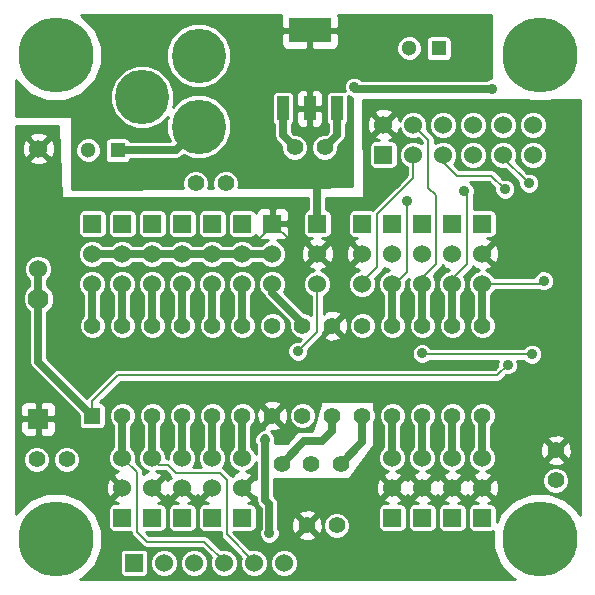
<source format=gtl>
G04 #@! TF.FileFunction,Copper,L1,Top,Signal*
%FSLAX46Y46*%
G04 Gerber Fmt 4.6, Leading zero omitted, Abs format (unit mm)*
G04 Created by KiCad (PCBNEW (after 2015-mar-04 BZR unknown)-product) date 10/19/2015 1:10:15 PM*
%MOMM*%
G01*
G04 APERTURE LIST*
%ADD10C,0.150000*%
%ADD11R,3.657600X2.032000*%
%ADD12R,1.016000X2.032000*%
%ADD13C,1.397000*%
%ADD14R,1.397000X1.397000*%
%ADD15R,1.524000X1.524000*%
%ADD16C,1.524000*%
%ADD17C,1.778000*%
%ADD18R,1.778000X1.778000*%
%ADD19C,6.350000*%
%ADD20R,1.300000X1.300000*%
%ADD21C,1.300000*%
%ADD22C,4.600000*%
%ADD23C,0.889000*%
%ADD24C,0.203200*%
%ADD25C,0.635000*%
%ADD26C,0.254000*%
G04 APERTURE END LIST*
D10*
D11*
X25518000Y-1910000D03*
D12*
X25518000Y-8514000D03*
X27804000Y-8514000D03*
X23232000Y-8514000D03*
D13*
X26788000Y-11816000D03*
X24248000Y-11816000D03*
X4944000Y-38232000D03*
X2404000Y-38232000D03*
X18406000Y-14864000D03*
X15866000Y-14864000D03*
X9652000Y-34544000D03*
X12192000Y-34544000D03*
X14732000Y-34544000D03*
X17272000Y-34544000D03*
X19812000Y-34544000D03*
X22352000Y-34544000D03*
X24892000Y-34544000D03*
X27432000Y-34544000D03*
X29972000Y-34544000D03*
X32512000Y-34544000D03*
X35052000Y-34544000D03*
X37592000Y-34544000D03*
X40132000Y-34544000D03*
D14*
X7112000Y-34544000D03*
D13*
X40132000Y-26924000D03*
X37592000Y-26924000D03*
X35052000Y-26924000D03*
X32512000Y-26924000D03*
X29972000Y-26924000D03*
X27432000Y-26924000D03*
X24892000Y-26924000D03*
X22352000Y-26924000D03*
X19812000Y-26924000D03*
X17272000Y-26924000D03*
X14732000Y-26924000D03*
X12192000Y-26924000D03*
X9652000Y-26924000D03*
X7112000Y-26924000D03*
D15*
X10650000Y-47000000D03*
D16*
X13190000Y-47000000D03*
X15730000Y-47000000D03*
X18270000Y-47000000D03*
X20810000Y-47000000D03*
X23350000Y-47000000D03*
D15*
X19812000Y-43180000D03*
D16*
X19812000Y-40640000D03*
X19812000Y-38100000D03*
D15*
X29972000Y-18288000D03*
D16*
X29972000Y-20828000D03*
X29972000Y-23368000D03*
D15*
X32512000Y-18288000D03*
D16*
X32512000Y-20828000D03*
X32512000Y-23368000D03*
D15*
X35052000Y-18288000D03*
D16*
X35052000Y-20828000D03*
X35052000Y-23368000D03*
D15*
X37592000Y-18288000D03*
D16*
X37592000Y-20828000D03*
X37592000Y-23368000D03*
D15*
X40132000Y-18288000D03*
D16*
X40132000Y-20828000D03*
X40132000Y-23368000D03*
D15*
X40132000Y-43180000D03*
D16*
X40132000Y-40640000D03*
X40132000Y-38100000D03*
D15*
X37592000Y-43180000D03*
D16*
X37592000Y-40640000D03*
X37592000Y-38100000D03*
D15*
X35052000Y-43180000D03*
D16*
X35052000Y-40640000D03*
X35052000Y-38100000D03*
D15*
X32512000Y-43180000D03*
D16*
X32512000Y-40640000D03*
X32512000Y-38100000D03*
D15*
X19812000Y-18288000D03*
D16*
X19812000Y-20828000D03*
X19812000Y-23368000D03*
D15*
X17272000Y-43180000D03*
D16*
X17272000Y-40640000D03*
X17272000Y-38100000D03*
D15*
X14732000Y-43180000D03*
D16*
X14732000Y-40640000D03*
X14732000Y-38100000D03*
D15*
X12192000Y-43180000D03*
D16*
X12192000Y-40640000D03*
X12192000Y-38100000D03*
D15*
X9652000Y-43180000D03*
D16*
X9652000Y-40640000D03*
X9652000Y-38100000D03*
D15*
X7112000Y-18288000D03*
D16*
X7112000Y-20828000D03*
X7112000Y-23368000D03*
D15*
X9652000Y-18288000D03*
D16*
X9652000Y-20828000D03*
X9652000Y-23368000D03*
D15*
X12192000Y-18288000D03*
D16*
X12192000Y-20828000D03*
X12192000Y-23368000D03*
D15*
X14732000Y-18288000D03*
D16*
X14732000Y-20828000D03*
X14732000Y-23368000D03*
D15*
X17272000Y-18288000D03*
D16*
X17272000Y-20828000D03*
X17272000Y-23368000D03*
D17*
X2540000Y-24638000D03*
D18*
X2540000Y-34798000D03*
D16*
X2540000Y-11938000D03*
X2540000Y-22098000D03*
D15*
X22352000Y-18288000D03*
D16*
X22352000Y-20828000D03*
X22352000Y-23368000D03*
D15*
X26162000Y-18288000D03*
D16*
X26162000Y-20828000D03*
X26162000Y-23368000D03*
D13*
X28153360Y-38608000D03*
X23154640Y-38608000D03*
X25654000Y-38608000D03*
D15*
X31750000Y-12446000D03*
D16*
X31750000Y-9906000D03*
X34290000Y-12446000D03*
X34290000Y-9906000D03*
X36830000Y-12446000D03*
X36830000Y-9906000D03*
X39370000Y-12446000D03*
X39370000Y-9906000D03*
X41910000Y-12446000D03*
X41910000Y-9906000D03*
X44450000Y-12446000D03*
X44450000Y-9906000D03*
D13*
X25264000Y-43820000D03*
X27804000Y-43820000D03*
X46346000Y-37470000D03*
X46346000Y-40010000D03*
D19*
X4000000Y-4000000D03*
X45000000Y-4000000D03*
X45000000Y-45000000D03*
X4000000Y-45000000D03*
D20*
X9262000Y-12070000D03*
D21*
X6762000Y-12070000D03*
D20*
X36440000Y-3434000D03*
D21*
X33940000Y-3434000D03*
D22*
X16120000Y-4069000D03*
X16120000Y-10069000D03*
X11320000Y-7569000D03*
D23*
X38599000Y-15499000D03*
X33782000Y-16383000D03*
X44060000Y-14864000D03*
X44314000Y-29342000D03*
X35043000Y-29278500D03*
X45339000Y-23114000D03*
X42028000Y-15372000D03*
X42282000Y-30231000D03*
X29264500Y-6736000D03*
X40948500Y-6863000D03*
X21708000Y-36581000D03*
X22100000Y-44500000D03*
X24502000Y-29088000D03*
D24*
X22352000Y-18474500D02*
X21200000Y-19626500D01*
X22352000Y-18288000D02*
X22352000Y-18474500D01*
X22401500Y-18288000D02*
X23740000Y-19626500D01*
X22352000Y-18288000D02*
X22401500Y-18288000D01*
D25*
X19812000Y-26924000D02*
X19812000Y-23368000D01*
X17272000Y-26924000D02*
X17272000Y-23368000D01*
X14732000Y-26924000D02*
X14732000Y-23368000D01*
X12192000Y-26924000D02*
X12192000Y-23368000D01*
X9652000Y-26924000D02*
X9652000Y-23368000D01*
X7112000Y-26924000D02*
X7112000Y-23368000D01*
X24892000Y-26684000D02*
X22352000Y-24144000D01*
X22352000Y-24144000D02*
X22352000Y-23368000D01*
X24892000Y-26924000D02*
X24892000Y-26684000D01*
D24*
X18270000Y-46870000D02*
X16600000Y-45200000D01*
X16600000Y-45200000D02*
X11700000Y-45200000D01*
X11700000Y-45200000D02*
X10900000Y-44400000D01*
X10900000Y-44400000D02*
X10900000Y-39348000D01*
X10900000Y-39348000D02*
X9652000Y-38100000D01*
X18270000Y-47000000D02*
X18270000Y-46870000D01*
D25*
X9652000Y-38100000D02*
X9652000Y-34544000D01*
D24*
X20810000Y-46910000D02*
X18500000Y-44600000D01*
X18500000Y-44600000D02*
X18500000Y-40000000D01*
X18500000Y-40000000D02*
X17900000Y-39400000D01*
X17900000Y-39400000D02*
X14200000Y-39400000D01*
X14200000Y-39400000D02*
X13500000Y-38700000D01*
X13500000Y-38700000D02*
X12792000Y-38700000D01*
X12792000Y-38700000D02*
X12192000Y-38100000D01*
X20810000Y-47000000D02*
X20810000Y-46910000D01*
D25*
X12192000Y-38100000D02*
X12192000Y-34544000D01*
X37592000Y-23368000D02*
X37592000Y-26924000D01*
D24*
X37592000Y-22983000D02*
X38853000Y-21722000D01*
X38853000Y-21722000D02*
X38853000Y-15753000D01*
X38853000Y-15753000D02*
X38599000Y-15499000D01*
X37592000Y-23368000D02*
X37592000Y-22983000D01*
X35560000Y-12832000D02*
X35560000Y-11176000D01*
X35560000Y-11176000D02*
X34290000Y-9906000D01*
X35052000Y-22860000D02*
X36195000Y-21717000D01*
X36195000Y-21717000D02*
X36195000Y-15889000D01*
X35052000Y-23368000D02*
X35052000Y-22860000D01*
D25*
X35052000Y-23368000D02*
X35052000Y-26924000D01*
D24*
X35560000Y-15254000D02*
X36195000Y-15889000D01*
X35560000Y-12832000D02*
X35560000Y-15254000D01*
X32766000Y-23368000D02*
X33782000Y-22352000D01*
X33782000Y-22352000D02*
X33782000Y-16383000D01*
X32512000Y-23368000D02*
X32766000Y-23368000D01*
D25*
X32512000Y-23368000D02*
X32512000Y-26924000D01*
D24*
X31242000Y-21971000D02*
X31242000Y-18547000D01*
X29972000Y-23241000D02*
X31242000Y-21971000D01*
X29972000Y-23368000D02*
X29972000Y-23241000D01*
X31242000Y-17458500D02*
X34290000Y-14410500D01*
X34290000Y-14410500D02*
X34290000Y-12446000D01*
X31242000Y-18547000D02*
X31242000Y-17458500D01*
D25*
X14732000Y-38100000D02*
X14732000Y-34544000D01*
X17272000Y-38100000D02*
X17272000Y-34544000D01*
X19812000Y-38100000D02*
X19812000Y-34544000D01*
X32512000Y-34544000D02*
X32512000Y-38100000D01*
X35052000Y-34544000D02*
X35052000Y-38100000D01*
D24*
X41910000Y-12714000D02*
X41910000Y-12446000D01*
X44060000Y-14864000D02*
X41910000Y-12714000D01*
X35043000Y-29278500D02*
X35106500Y-29342000D01*
X35106500Y-29342000D02*
X44314000Y-29342000D01*
D25*
X37592000Y-34544000D02*
X37592000Y-38100000D01*
X40132000Y-34544000D02*
X40132000Y-38100000D01*
D24*
X45085000Y-23368000D02*
X45339000Y-23114000D01*
X40132000Y-23368000D02*
X45085000Y-23368000D01*
D25*
X40132000Y-23368000D02*
X40132000Y-26924000D01*
X27432000Y-35810000D02*
X26534000Y-36708000D01*
X26534000Y-36708000D02*
X25054640Y-36708000D01*
X25054640Y-36708000D02*
X23154640Y-38608000D01*
X27432000Y-34544000D02*
X27432000Y-35810000D01*
X29972000Y-36789360D02*
X28153360Y-38608000D01*
X29972000Y-34544000D02*
X29972000Y-36789360D01*
X2540000Y-24638000D02*
X2540000Y-22098000D01*
X2540000Y-29972000D02*
X7112000Y-34544000D01*
X2540000Y-24638000D02*
X2540000Y-29972000D01*
D24*
X23300000Y-31120000D02*
X41393000Y-31120000D01*
X41393000Y-31120000D02*
X42282000Y-30231000D01*
X36830000Y-13095000D02*
X37964000Y-14229000D01*
X37964000Y-14229000D02*
X40885000Y-14229000D01*
X40885000Y-14229000D02*
X42028000Y-15372000D01*
X36830000Y-12446000D02*
X36830000Y-13095000D01*
X9280000Y-31120000D02*
X7112000Y-33288000D01*
X7112000Y-33288000D02*
X7112000Y-34544000D01*
X23300000Y-31120000D02*
X9280000Y-31120000D01*
D25*
X9262000Y-12070000D02*
X14215000Y-12070000D01*
X14215000Y-12070000D02*
X16120000Y-10165000D01*
X27804000Y-8514000D02*
X27804000Y-10800000D01*
X27804000Y-10800000D02*
X26788000Y-11816000D01*
X29264500Y-6736000D02*
X29391500Y-6863000D01*
X29391500Y-6863000D02*
X40948500Y-6863000D01*
X26162000Y-14746000D02*
X26153000Y-14737000D01*
X26162000Y-18288000D02*
X26162000Y-14746000D01*
X23232000Y-8514000D02*
X23232000Y-10800000D01*
X23232000Y-10800000D02*
X24248000Y-11816000D01*
D24*
X24502000Y-29088000D02*
X24506000Y-29088000D01*
X26162000Y-27432000D02*
X26162000Y-23368000D01*
X24506000Y-29088000D02*
X26162000Y-27432000D01*
X21708000Y-36581000D02*
X21708000Y-36454000D01*
D25*
X22100000Y-44500000D02*
X22100000Y-42053000D01*
X22100000Y-42053000D02*
X21708000Y-41661000D01*
X21708000Y-41661000D02*
X21708000Y-36454000D01*
D24*
X26592500Y-23368000D02*
X26162000Y-23368000D01*
D25*
X19812000Y-20828000D02*
X22352000Y-20828000D01*
X17272000Y-20828000D02*
X19812000Y-20828000D01*
X14732000Y-20828000D02*
X17272000Y-20828000D01*
X12192000Y-20828000D02*
X14732000Y-20828000D01*
X9652000Y-20828000D02*
X12192000Y-20828000D01*
X7112000Y-20828000D02*
X9652000Y-20828000D01*
D26*
G36*
X32705747Y-20842142D02*
X32526142Y-21021747D01*
X32512000Y-21007605D01*
X32497857Y-21021747D01*
X32318252Y-20842142D01*
X32332395Y-20828000D01*
X32318252Y-20813857D01*
X32497857Y-20634252D01*
X32512000Y-20648395D01*
X32526142Y-20634252D01*
X32705747Y-20813857D01*
X32691605Y-20828000D01*
X32705747Y-20842142D01*
X32705747Y-20842142D01*
G37*
X32705747Y-20842142D02*
X32526142Y-21021747D01*
X32512000Y-21007605D01*
X32497857Y-21021747D01*
X32318252Y-20842142D01*
X32332395Y-20828000D01*
X32318252Y-20813857D01*
X32497857Y-20634252D01*
X32512000Y-20648395D01*
X32526142Y-20634252D01*
X32705747Y-20813857D01*
X32691605Y-20828000D01*
X32705747Y-20842142D01*
G36*
X35245747Y-20842142D02*
X35066142Y-21021747D01*
X35052000Y-21007605D01*
X35037857Y-21021747D01*
X34858252Y-20842142D01*
X34872395Y-20828000D01*
X34858252Y-20813857D01*
X35037857Y-20634252D01*
X35052000Y-20648395D01*
X35066142Y-20634252D01*
X35245747Y-20813857D01*
X35231605Y-20828000D01*
X35245747Y-20842142D01*
X35245747Y-20842142D01*
G37*
X35245747Y-20842142D02*
X35066142Y-21021747D01*
X35052000Y-21007605D01*
X35037857Y-21021747D01*
X34858252Y-20842142D01*
X34872395Y-20828000D01*
X34858252Y-20813857D01*
X35037857Y-20634252D01*
X35052000Y-20648395D01*
X35066142Y-20634252D01*
X35245747Y-20813857D01*
X35231605Y-20828000D01*
X35245747Y-20842142D01*
G36*
X37785747Y-20842142D02*
X37606142Y-21021747D01*
X37592000Y-21007605D01*
X37577857Y-21021747D01*
X37398252Y-20842142D01*
X37412395Y-20828000D01*
X37398252Y-20813857D01*
X37577857Y-20634252D01*
X37592000Y-20648395D01*
X37606142Y-20634252D01*
X37785747Y-20813857D01*
X37771605Y-20828000D01*
X37785747Y-20842142D01*
X37785747Y-20842142D01*
G37*
X37785747Y-20842142D02*
X37606142Y-21021747D01*
X37592000Y-21007605D01*
X37577857Y-21021747D01*
X37398252Y-20842142D01*
X37412395Y-20828000D01*
X37398252Y-20813857D01*
X37577857Y-20634252D01*
X37592000Y-20648395D01*
X37606142Y-20634252D01*
X37785747Y-20813857D01*
X37771605Y-20828000D01*
X37785747Y-20842142D01*
G36*
X48399700Y-42918302D02*
X48339572Y-42772782D01*
X47691927Y-42124005D01*
X47691927Y-37662520D01*
X47663148Y-37132801D01*
X47515800Y-36777071D01*
X47280188Y-36715417D01*
X47100583Y-36895022D01*
X47100583Y-36535812D01*
X47038929Y-36300200D01*
X46538520Y-36124073D01*
X46215452Y-36141624D01*
X46215452Y-22940458D01*
X46082324Y-22618264D01*
X45836032Y-22371542D01*
X45644007Y-22291805D01*
X45644007Y-12209580D01*
X45644007Y-9669580D01*
X45462645Y-9230650D01*
X45127116Y-8894536D01*
X44688503Y-8712408D01*
X44213580Y-8711993D01*
X43774650Y-8893355D01*
X43438536Y-9228884D01*
X43256408Y-9667497D01*
X43255993Y-10142420D01*
X43437355Y-10581350D01*
X43772884Y-10917464D01*
X44211497Y-11099592D01*
X44686420Y-11100007D01*
X45125350Y-10918645D01*
X45461464Y-10583116D01*
X45643592Y-10144503D01*
X45644007Y-9669580D01*
X45644007Y-12209580D01*
X45462645Y-11770650D01*
X45127116Y-11434536D01*
X44688503Y-11252408D01*
X44213580Y-11251993D01*
X43774650Y-11433355D01*
X43438536Y-11768884D01*
X43256408Y-12207497D01*
X43255993Y-12682420D01*
X43437355Y-13121350D01*
X43772884Y-13457464D01*
X44211497Y-13639592D01*
X44686420Y-13640007D01*
X45125350Y-13458645D01*
X45461464Y-13123116D01*
X45643592Y-12684503D01*
X45644007Y-12209580D01*
X45644007Y-22291805D01*
X45514072Y-22237852D01*
X45165458Y-22237548D01*
X44936452Y-22332171D01*
X44936452Y-14690458D01*
X44803324Y-14368264D01*
X44557032Y-14121542D01*
X44235072Y-13987852D01*
X43937934Y-13987592D01*
X42966059Y-13015717D01*
X43103592Y-12684503D01*
X43104007Y-12209580D01*
X43104007Y-9669580D01*
X42922645Y-9230650D01*
X42587116Y-8894536D01*
X42148503Y-8712408D01*
X41673580Y-8711993D01*
X41234650Y-8893355D01*
X40898536Y-9228884D01*
X40716408Y-9667497D01*
X40715993Y-10142420D01*
X40897355Y-10581350D01*
X41232884Y-10917464D01*
X41671497Y-11099592D01*
X42146420Y-11100007D01*
X42585350Y-10918645D01*
X42921464Y-10583116D01*
X43103592Y-10144503D01*
X43104007Y-9669580D01*
X43104007Y-12209580D01*
X42922645Y-11770650D01*
X42587116Y-11434536D01*
X42148503Y-11252408D01*
X41673580Y-11251993D01*
X41234650Y-11433355D01*
X40898536Y-11768884D01*
X40716408Y-12207497D01*
X40715993Y-12682420D01*
X40897355Y-13121350D01*
X41232884Y-13457464D01*
X41671497Y-13639592D01*
X42081608Y-13639950D01*
X43183805Y-14742147D01*
X43183548Y-15037542D01*
X43316676Y-15359736D01*
X43562968Y-15606458D01*
X43884928Y-15740148D01*
X44233542Y-15740452D01*
X44555736Y-15607324D01*
X44802458Y-15361032D01*
X44936148Y-15039072D01*
X44936452Y-14690458D01*
X44936452Y-22332171D01*
X44843264Y-22370676D01*
X44596542Y-22616968D01*
X44506172Y-22834600D01*
X41541144Y-22834600D01*
X41541144Y-21035698D01*
X41513362Y-20480632D01*
X41354397Y-20096857D01*
X41112213Y-20027392D01*
X40311605Y-20828000D01*
X41112213Y-21628608D01*
X41354397Y-21559143D01*
X41541144Y-21035698D01*
X41541144Y-22834600D01*
X41203297Y-22834600D01*
X41144645Y-22692650D01*
X40809116Y-22356536D01*
X40457337Y-22210464D01*
X40479368Y-22209362D01*
X40863143Y-22050397D01*
X40932608Y-21808213D01*
X40132000Y-21007605D01*
X40117857Y-21021747D01*
X39938252Y-20842142D01*
X39952395Y-20828000D01*
X39938252Y-20813857D01*
X40117857Y-20634252D01*
X40132000Y-20648395D01*
X40932608Y-19847787D01*
X40863143Y-19605603D01*
X40539837Y-19490259D01*
X40894000Y-19490259D01*
X41058644Y-19458315D01*
X41203351Y-19363258D01*
X41300216Y-19219755D01*
X41334259Y-19050000D01*
X41334259Y-17526000D01*
X41302315Y-17361356D01*
X41207258Y-17216649D01*
X41063755Y-17119784D01*
X40894000Y-17085741D01*
X39386400Y-17085741D01*
X39386400Y-15887800D01*
X39475148Y-15674072D01*
X39475452Y-15325458D01*
X39342324Y-15003264D01*
X39101879Y-14762400D01*
X40664058Y-14762400D01*
X41151805Y-15250147D01*
X41151548Y-15545542D01*
X41284676Y-15867736D01*
X41530968Y-16114458D01*
X41852928Y-16248148D01*
X42201542Y-16248452D01*
X42523736Y-16115324D01*
X42770458Y-15869032D01*
X42904148Y-15547072D01*
X42904452Y-15198458D01*
X42771324Y-14876264D01*
X42525032Y-14629542D01*
X42203072Y-14495852D01*
X41905934Y-14495592D01*
X41262171Y-13851829D01*
X41089123Y-13736203D01*
X40885000Y-13695600D01*
X40564007Y-13695600D01*
X40564007Y-12209580D01*
X40564007Y-9669580D01*
X40382645Y-9230650D01*
X40047116Y-8894536D01*
X39608503Y-8712408D01*
X39133580Y-8711993D01*
X38694650Y-8893355D01*
X38358536Y-9228884D01*
X38176408Y-9667497D01*
X38175993Y-10142420D01*
X38357355Y-10581350D01*
X38692884Y-10917464D01*
X39131497Y-11099592D01*
X39606420Y-11100007D01*
X40045350Y-10918645D01*
X40381464Y-10583116D01*
X40563592Y-10144503D01*
X40564007Y-9669580D01*
X40564007Y-12209580D01*
X40382645Y-11770650D01*
X40047116Y-11434536D01*
X39608503Y-11252408D01*
X39133580Y-11251993D01*
X38694650Y-11433355D01*
X38358536Y-11768884D01*
X38176408Y-12207497D01*
X38175993Y-12682420D01*
X38357355Y-13121350D01*
X38692884Y-13457464D01*
X39131497Y-13639592D01*
X39606420Y-13640007D01*
X40045350Y-13458645D01*
X40381464Y-13123116D01*
X40563592Y-12684503D01*
X40564007Y-12209580D01*
X40564007Y-13695600D01*
X38184942Y-13695600D01*
X37726861Y-13237519D01*
X37841464Y-13123116D01*
X38023592Y-12684503D01*
X38024007Y-12209580D01*
X38024007Y-9669580D01*
X37842645Y-9230650D01*
X37507116Y-8894536D01*
X37068503Y-8712408D01*
X36593580Y-8711993D01*
X36154650Y-8893355D01*
X35818536Y-9228884D01*
X35636408Y-9667497D01*
X35635993Y-10142420D01*
X35817355Y-10581350D01*
X36152884Y-10917464D01*
X36591497Y-11099592D01*
X37066420Y-11100007D01*
X37505350Y-10918645D01*
X37841464Y-10583116D01*
X38023592Y-10144503D01*
X38024007Y-9669580D01*
X38024007Y-12209580D01*
X37842645Y-11770650D01*
X37507116Y-11434536D01*
X37068503Y-11252408D01*
X36593580Y-11251993D01*
X36154650Y-11433355D01*
X36093400Y-11494498D01*
X36093400Y-11176000D01*
X36052797Y-10971877D01*
X36052797Y-10971876D01*
X35937171Y-10798829D01*
X35424691Y-10286349D01*
X35483592Y-10144503D01*
X35484007Y-9669580D01*
X35302645Y-9230650D01*
X34967116Y-8894536D01*
X34528503Y-8712408D01*
X34053580Y-8711993D01*
X33614650Y-8893355D01*
X33278536Y-9228884D01*
X33132464Y-9580662D01*
X33131362Y-9558632D01*
X32972397Y-9174857D01*
X32730213Y-9105392D01*
X32550608Y-9284997D01*
X32550608Y-8925787D01*
X32481143Y-8683603D01*
X31957698Y-8496856D01*
X31402632Y-8524638D01*
X31018857Y-8683603D01*
X30949392Y-8925787D01*
X31750000Y-9726395D01*
X32550608Y-8925787D01*
X32550608Y-9284997D01*
X31929605Y-9906000D01*
X32730213Y-10706608D01*
X32972397Y-10637143D01*
X33124383Y-10211130D01*
X33277355Y-10581350D01*
X33612884Y-10917464D01*
X34051497Y-11099592D01*
X34526420Y-11100007D01*
X34670239Y-11040581D01*
X35026600Y-11396942D01*
X35026600Y-11494123D01*
X34967116Y-11434536D01*
X34528503Y-11252408D01*
X34053580Y-11251993D01*
X33614650Y-11433355D01*
X33278536Y-11768884D01*
X33096408Y-12207497D01*
X33095993Y-12682420D01*
X33277355Y-13121350D01*
X33612884Y-13457464D01*
X33756600Y-13517140D01*
X33756600Y-14189558D01*
X32952259Y-14993899D01*
X32952259Y-13208000D01*
X32952259Y-11684000D01*
X32920315Y-11519356D01*
X32825258Y-11374649D01*
X32681755Y-11277784D01*
X32512000Y-11243741D01*
X32202678Y-11243741D01*
X32481143Y-11128397D01*
X32550608Y-10886213D01*
X31750000Y-10085605D01*
X31570395Y-10265210D01*
X31570395Y-9906000D01*
X30769787Y-9105392D01*
X30527603Y-9174857D01*
X30340856Y-9698302D01*
X30368638Y-10253368D01*
X30527603Y-10637143D01*
X30769787Y-10706608D01*
X31570395Y-9906000D01*
X31570395Y-10265210D01*
X30949392Y-10886213D01*
X31018857Y-11128397D01*
X31342162Y-11243741D01*
X30988000Y-11243741D01*
X30823356Y-11275685D01*
X30678649Y-11370742D01*
X30581784Y-11514245D01*
X30547741Y-11684000D01*
X30547741Y-13208000D01*
X30579685Y-13372644D01*
X30674742Y-13517351D01*
X30818245Y-13614216D01*
X30988000Y-13648259D01*
X32512000Y-13648259D01*
X32676644Y-13616315D01*
X32821351Y-13521258D01*
X32918216Y-13377755D01*
X32952259Y-13208000D01*
X32952259Y-14993899D01*
X30864829Y-17081329D01*
X30846770Y-17108356D01*
X30734000Y-17085741D01*
X29210000Y-17085741D01*
X29045356Y-17117685D01*
X28900649Y-17212742D01*
X28803784Y-17356245D01*
X28769741Y-17526000D01*
X28769741Y-19050000D01*
X28801685Y-19214644D01*
X28896742Y-19359351D01*
X29040245Y-19456216D01*
X29210000Y-19490259D01*
X29519321Y-19490259D01*
X29240857Y-19605603D01*
X29171392Y-19847787D01*
X29972000Y-20648395D01*
X29986142Y-20634252D01*
X30165747Y-20813857D01*
X30151605Y-20828000D01*
X30165747Y-20842142D01*
X29986142Y-21021747D01*
X29972000Y-21007605D01*
X29792395Y-21187210D01*
X29792395Y-20828000D01*
X28991787Y-20027392D01*
X28749603Y-20096857D01*
X28562856Y-20620302D01*
X28590638Y-21175368D01*
X28749603Y-21559143D01*
X28991787Y-21628608D01*
X29792395Y-20828000D01*
X29792395Y-21187210D01*
X29171392Y-21808213D01*
X29240857Y-22050397D01*
X29666869Y-22202383D01*
X29296650Y-22355355D01*
X28960536Y-22690884D01*
X28778408Y-23129497D01*
X28777993Y-23604420D01*
X28959355Y-24043350D01*
X29294884Y-24379464D01*
X29733497Y-24561592D01*
X30208420Y-24562007D01*
X30647350Y-24380645D01*
X30983464Y-24045116D01*
X31165592Y-23606503D01*
X31166007Y-23131580D01*
X31069449Y-22897892D01*
X31619171Y-22348171D01*
X31734797Y-22175124D01*
X31734797Y-22175123D01*
X31768308Y-22006649D01*
X31780857Y-22050397D01*
X32206869Y-22202383D01*
X31836650Y-22355355D01*
X31500536Y-22690884D01*
X31318408Y-23129497D01*
X31317993Y-23604420D01*
X31499355Y-24043350D01*
X31762700Y-24307154D01*
X31762700Y-26074900D01*
X31554337Y-26282900D01*
X31381897Y-26698183D01*
X31381504Y-27147844D01*
X31553219Y-27563427D01*
X31870900Y-27881663D01*
X32286183Y-28054103D01*
X32735844Y-28054496D01*
X33151427Y-27882781D01*
X33469663Y-27565100D01*
X33642103Y-27149817D01*
X33642496Y-26700156D01*
X33470781Y-26284573D01*
X33261300Y-26074726D01*
X33261300Y-24306823D01*
X33523464Y-24045116D01*
X33705592Y-23606503D01*
X33705962Y-23182379D01*
X33929106Y-22959235D01*
X33858408Y-23129497D01*
X33857993Y-23604420D01*
X34039355Y-24043350D01*
X34302700Y-24307154D01*
X34302700Y-26074900D01*
X34094337Y-26282900D01*
X33921897Y-26698183D01*
X33921504Y-27147844D01*
X34093219Y-27563427D01*
X34410900Y-27881663D01*
X34826183Y-28054103D01*
X35275844Y-28054496D01*
X35691427Y-27882781D01*
X36009663Y-27565100D01*
X36182103Y-27149817D01*
X36182496Y-26700156D01*
X36010781Y-26284573D01*
X35801300Y-26074726D01*
X35801300Y-24306823D01*
X36063464Y-24045116D01*
X36245592Y-23606503D01*
X36246007Y-23131580D01*
X36064645Y-22692650D01*
X36019208Y-22647133D01*
X36572171Y-22094171D01*
X36687797Y-21921123D01*
X36690109Y-21909498D01*
X36791392Y-21808215D01*
X36860857Y-22050397D01*
X37286869Y-22202383D01*
X36916650Y-22355355D01*
X36580536Y-22690884D01*
X36398408Y-23129497D01*
X36397993Y-23604420D01*
X36579355Y-24043350D01*
X36842700Y-24307154D01*
X36842700Y-26074900D01*
X36634337Y-26282900D01*
X36461897Y-26698183D01*
X36461504Y-27147844D01*
X36633219Y-27563427D01*
X36950900Y-27881663D01*
X37366183Y-28054103D01*
X37815844Y-28054496D01*
X38231427Y-27882781D01*
X38549663Y-27565100D01*
X38722103Y-27149817D01*
X38722496Y-26700156D01*
X38550781Y-26284573D01*
X38341300Y-26074726D01*
X38341300Y-24306823D01*
X38603464Y-24045116D01*
X38785592Y-23606503D01*
X38786007Y-23131580D01*
X38614014Y-22715327D01*
X39230171Y-22099171D01*
X39345797Y-21926124D01*
X39345797Y-21926123D01*
X39353747Y-21886153D01*
X39400857Y-22050397D01*
X39826869Y-22202383D01*
X39456650Y-22355355D01*
X39120536Y-22690884D01*
X38938408Y-23129497D01*
X38937993Y-23604420D01*
X39119355Y-24043350D01*
X39382700Y-24307154D01*
X39382700Y-26074900D01*
X39174337Y-26282900D01*
X39001897Y-26698183D01*
X39001504Y-27147844D01*
X39173219Y-27563427D01*
X39490900Y-27881663D01*
X39906183Y-28054103D01*
X40355844Y-28054496D01*
X40771427Y-27882781D01*
X41089663Y-27565100D01*
X41262103Y-27149817D01*
X41262496Y-26700156D01*
X41090781Y-26284573D01*
X40881300Y-26074726D01*
X40881300Y-24306823D01*
X41143464Y-24045116D01*
X41203140Y-23901400D01*
X44950199Y-23901400D01*
X45163928Y-23990148D01*
X45512542Y-23990452D01*
X45834736Y-23857324D01*
X46081458Y-23611032D01*
X46215148Y-23289072D01*
X46215452Y-22940458D01*
X46215452Y-36141624D01*
X46008801Y-36152852D01*
X45653071Y-36300200D01*
X45591417Y-36535812D01*
X46346000Y-37290395D01*
X47100583Y-36535812D01*
X47100583Y-36895022D01*
X46525605Y-37470000D01*
X47280188Y-38224583D01*
X47515800Y-38162929D01*
X47691927Y-37662520D01*
X47691927Y-42124005D01*
X47476496Y-41908198D01*
X47476496Y-39786156D01*
X47304781Y-39370573D01*
X47100583Y-39166018D01*
X47100583Y-38404188D01*
X46346000Y-37649605D01*
X46166395Y-37829210D01*
X46166395Y-37470000D01*
X45411812Y-36715417D01*
X45190452Y-36773341D01*
X45190452Y-29168458D01*
X45057324Y-28846264D01*
X44811032Y-28599542D01*
X44489072Y-28465852D01*
X44140458Y-28465548D01*
X43818264Y-28598676D01*
X43607973Y-28808600D01*
X35796999Y-28808600D01*
X35786324Y-28782764D01*
X35540032Y-28536042D01*
X35218072Y-28402352D01*
X34869458Y-28402048D01*
X34547264Y-28535176D01*
X34300542Y-28781468D01*
X34166852Y-29103428D01*
X34166548Y-29452042D01*
X34299676Y-29774236D01*
X34545968Y-30020958D01*
X34867928Y-30154648D01*
X35216542Y-30154952D01*
X35538736Y-30021824D01*
X35685415Y-29875400D01*
X41480814Y-29875400D01*
X41405852Y-30055928D01*
X41405592Y-30353065D01*
X41172058Y-30586600D01*
X31102496Y-30586600D01*
X31102496Y-26700156D01*
X30930781Y-26284573D01*
X30613100Y-25966337D01*
X30197817Y-25793897D01*
X29748156Y-25793504D01*
X29332573Y-25965219D01*
X29014337Y-26282900D01*
X28841897Y-26698183D01*
X28841504Y-27147844D01*
X29013219Y-27563427D01*
X29330900Y-27881663D01*
X29746183Y-28054103D01*
X30195844Y-28054496D01*
X30611427Y-27882781D01*
X30929663Y-27565100D01*
X31102103Y-27149817D01*
X31102496Y-26700156D01*
X31102496Y-30586600D01*
X28777927Y-30586600D01*
X28777927Y-27116520D01*
X28749148Y-26586801D01*
X28601800Y-26231071D01*
X28366188Y-26169417D01*
X28186583Y-26349022D01*
X28186583Y-25989812D01*
X28124929Y-25754200D01*
X27624520Y-25578073D01*
X27571144Y-25580972D01*
X27571144Y-21035698D01*
X27543362Y-20480632D01*
X27384397Y-20096857D01*
X27142213Y-20027392D01*
X26341605Y-20828000D01*
X27142213Y-21628608D01*
X27384397Y-21559143D01*
X27571144Y-21035698D01*
X27571144Y-25580972D01*
X27094801Y-25606852D01*
X26739071Y-25754200D01*
X26695400Y-25921089D01*
X26695400Y-24439297D01*
X26837350Y-24380645D01*
X27173464Y-24045116D01*
X27355592Y-23606503D01*
X27356007Y-23131580D01*
X27174645Y-22692650D01*
X26839116Y-22356536D01*
X26487337Y-22210464D01*
X26509368Y-22209362D01*
X26893143Y-22050397D01*
X26962608Y-21808213D01*
X26162000Y-21007605D01*
X25982395Y-21187210D01*
X25982395Y-20828000D01*
X25181787Y-20027392D01*
X24939603Y-20096857D01*
X24752856Y-20620302D01*
X24780638Y-21175368D01*
X24939603Y-21559143D01*
X25181787Y-21628608D01*
X25982395Y-20828000D01*
X25982395Y-21187210D01*
X25361392Y-21808213D01*
X25430857Y-22050397D01*
X25856869Y-22202383D01*
X25486650Y-22355355D01*
X25150536Y-22690884D01*
X24968408Y-23129497D01*
X24967993Y-23604420D01*
X25149355Y-24043350D01*
X25484884Y-24379464D01*
X25628600Y-24439140D01*
X25628600Y-26062003D01*
X25533100Y-25966337D01*
X25117817Y-25793897D01*
X25061517Y-25793847D01*
X23749000Y-24481330D01*
X23749000Y-19176309D01*
X23749000Y-18573750D01*
X23749000Y-18002250D01*
X23749000Y-17399691D01*
X23652327Y-17166302D01*
X23473699Y-16987673D01*
X23240310Y-16891000D01*
X22987691Y-16891000D01*
X22637750Y-16891000D01*
X22479000Y-17049750D01*
X22479000Y-18161000D01*
X23590250Y-18161000D01*
X23749000Y-18002250D01*
X23749000Y-18573750D01*
X23590250Y-18415000D01*
X22479000Y-18415000D01*
X22479000Y-18435000D01*
X22225000Y-18435000D01*
X22225000Y-18415000D01*
X22205000Y-18415000D01*
X22205000Y-18161000D01*
X22225000Y-18161000D01*
X22225000Y-17049750D01*
X22066250Y-16891000D01*
X21716309Y-16891000D01*
X21463690Y-16891000D01*
X21230301Y-16987673D01*
X21051673Y-17166302D01*
X20975301Y-17350679D01*
X20887258Y-17216649D01*
X20743755Y-17119784D01*
X20574000Y-17085741D01*
X19050000Y-17085741D01*
X18885356Y-17117685D01*
X18740649Y-17212742D01*
X18643784Y-17356245D01*
X18609741Y-17526000D01*
X18609741Y-19050000D01*
X18641685Y-19214644D01*
X18736742Y-19359351D01*
X18880245Y-19456216D01*
X19050000Y-19490259D01*
X20574000Y-19490259D01*
X20738644Y-19458315D01*
X20883351Y-19363258D01*
X20975741Y-19226383D01*
X21051673Y-19409698D01*
X21230301Y-19588327D01*
X21463690Y-19685000D01*
X21716309Y-19685000D01*
X21992133Y-19685000D01*
X21676650Y-19815355D01*
X21412845Y-20078700D01*
X20750823Y-20078700D01*
X20489116Y-19816536D01*
X20050503Y-19634408D01*
X19575580Y-19633993D01*
X19136650Y-19815355D01*
X18872845Y-20078700D01*
X18474259Y-20078700D01*
X18474259Y-19050000D01*
X18474259Y-17526000D01*
X18442315Y-17361356D01*
X18347258Y-17216649D01*
X18203755Y-17119784D01*
X18034000Y-17085741D01*
X16510000Y-17085741D01*
X16345356Y-17117685D01*
X16200649Y-17212742D01*
X16103784Y-17356245D01*
X16069741Y-17526000D01*
X16069741Y-19050000D01*
X16101685Y-19214644D01*
X16196742Y-19359351D01*
X16340245Y-19456216D01*
X16510000Y-19490259D01*
X18034000Y-19490259D01*
X18198644Y-19458315D01*
X18343351Y-19363258D01*
X18440216Y-19219755D01*
X18474259Y-19050000D01*
X18474259Y-20078700D01*
X18210823Y-20078700D01*
X17949116Y-19816536D01*
X17510503Y-19634408D01*
X17035580Y-19633993D01*
X16596650Y-19815355D01*
X16332845Y-20078700D01*
X15934259Y-20078700D01*
X15934259Y-19050000D01*
X15934259Y-17526000D01*
X15902315Y-17361356D01*
X15807258Y-17216649D01*
X15663755Y-17119784D01*
X15494000Y-17085741D01*
X13970000Y-17085741D01*
X13805356Y-17117685D01*
X13660649Y-17212742D01*
X13563784Y-17356245D01*
X13529741Y-17526000D01*
X13529741Y-19050000D01*
X13561685Y-19214644D01*
X13656742Y-19359351D01*
X13800245Y-19456216D01*
X13970000Y-19490259D01*
X15494000Y-19490259D01*
X15658644Y-19458315D01*
X15803351Y-19363258D01*
X15900216Y-19219755D01*
X15934259Y-19050000D01*
X15934259Y-20078700D01*
X15670823Y-20078700D01*
X15409116Y-19816536D01*
X14970503Y-19634408D01*
X14495580Y-19633993D01*
X14056650Y-19815355D01*
X13792845Y-20078700D01*
X13394259Y-20078700D01*
X13394259Y-19050000D01*
X13394259Y-17526000D01*
X13362315Y-17361356D01*
X13267258Y-17216649D01*
X13123755Y-17119784D01*
X12954000Y-17085741D01*
X11430000Y-17085741D01*
X11265356Y-17117685D01*
X11120649Y-17212742D01*
X11023784Y-17356245D01*
X10989741Y-17526000D01*
X10989741Y-19050000D01*
X11021685Y-19214644D01*
X11116742Y-19359351D01*
X11260245Y-19456216D01*
X11430000Y-19490259D01*
X12954000Y-19490259D01*
X13118644Y-19458315D01*
X13263351Y-19363258D01*
X13360216Y-19219755D01*
X13394259Y-19050000D01*
X13394259Y-20078700D01*
X13130823Y-20078700D01*
X12869116Y-19816536D01*
X12430503Y-19634408D01*
X11955580Y-19633993D01*
X11516650Y-19815355D01*
X11252845Y-20078700D01*
X10854259Y-20078700D01*
X10854259Y-19050000D01*
X10854259Y-17526000D01*
X10822315Y-17361356D01*
X10727258Y-17216649D01*
X10583755Y-17119784D01*
X10414000Y-17085741D01*
X8890000Y-17085741D01*
X8725356Y-17117685D01*
X8580649Y-17212742D01*
X8483784Y-17356245D01*
X8449741Y-17526000D01*
X8449741Y-19050000D01*
X8481685Y-19214644D01*
X8576742Y-19359351D01*
X8720245Y-19456216D01*
X8890000Y-19490259D01*
X10414000Y-19490259D01*
X10578644Y-19458315D01*
X10723351Y-19363258D01*
X10820216Y-19219755D01*
X10854259Y-19050000D01*
X10854259Y-20078700D01*
X10590823Y-20078700D01*
X10329116Y-19816536D01*
X9890503Y-19634408D01*
X9415580Y-19633993D01*
X8976650Y-19815355D01*
X8712845Y-20078700D01*
X8314259Y-20078700D01*
X8314259Y-19050000D01*
X8314259Y-17526000D01*
X8282315Y-17361356D01*
X8187258Y-17216649D01*
X8043755Y-17119784D01*
X7874000Y-17085741D01*
X6350000Y-17085741D01*
X6185356Y-17117685D01*
X6040649Y-17212742D01*
X5943784Y-17356245D01*
X5909741Y-17526000D01*
X5909741Y-19050000D01*
X5941685Y-19214644D01*
X6036742Y-19359351D01*
X6180245Y-19456216D01*
X6350000Y-19490259D01*
X7874000Y-19490259D01*
X8038644Y-19458315D01*
X8183351Y-19363258D01*
X8280216Y-19219755D01*
X8314259Y-19050000D01*
X8314259Y-20078700D01*
X8050823Y-20078700D01*
X7789116Y-19816536D01*
X7350503Y-19634408D01*
X6875580Y-19633993D01*
X6436650Y-19815355D01*
X6100536Y-20150884D01*
X5918408Y-20589497D01*
X5917993Y-21064420D01*
X6099355Y-21503350D01*
X6434884Y-21839464D01*
X6873497Y-22021592D01*
X7348420Y-22022007D01*
X7787350Y-21840645D01*
X8051154Y-21577300D01*
X8713176Y-21577300D01*
X8974884Y-21839464D01*
X9413497Y-22021592D01*
X9888420Y-22022007D01*
X10327350Y-21840645D01*
X10591154Y-21577300D01*
X11253176Y-21577300D01*
X11514884Y-21839464D01*
X11953497Y-22021592D01*
X12428420Y-22022007D01*
X12867350Y-21840645D01*
X13131154Y-21577300D01*
X13793176Y-21577300D01*
X14054884Y-21839464D01*
X14493497Y-22021592D01*
X14968420Y-22022007D01*
X15407350Y-21840645D01*
X15671154Y-21577300D01*
X16333176Y-21577300D01*
X16594884Y-21839464D01*
X17033497Y-22021592D01*
X17508420Y-22022007D01*
X17947350Y-21840645D01*
X18211154Y-21577300D01*
X18873176Y-21577300D01*
X19134884Y-21839464D01*
X19573497Y-22021592D01*
X20048420Y-22022007D01*
X20487350Y-21840645D01*
X20751154Y-21577300D01*
X21413176Y-21577300D01*
X21674884Y-21839464D01*
X22113497Y-22021592D01*
X22588420Y-22022007D01*
X23027350Y-21840645D01*
X23363464Y-21505116D01*
X23545592Y-21066503D01*
X23546007Y-20591580D01*
X23364645Y-20152650D01*
X23029116Y-19816536D01*
X22712342Y-19685000D01*
X22987691Y-19685000D01*
X23240310Y-19685000D01*
X23473699Y-19588327D01*
X23652327Y-19409698D01*
X23749000Y-19176309D01*
X23749000Y-24481330D01*
X23338102Y-24070432D01*
X23363464Y-24045116D01*
X23545592Y-23606503D01*
X23546007Y-23131580D01*
X23364645Y-22692650D01*
X23029116Y-22356536D01*
X22590503Y-22174408D01*
X22115580Y-22173993D01*
X21676650Y-22355355D01*
X21340536Y-22690884D01*
X21158408Y-23129497D01*
X21157993Y-23604420D01*
X21339355Y-24043350D01*
X21643229Y-24347753D01*
X21659737Y-24430745D01*
X21822165Y-24673835D01*
X23786723Y-26638393D01*
X23761897Y-26698183D01*
X23761504Y-27147844D01*
X23933219Y-27563427D01*
X24250900Y-27881663D01*
X24666183Y-28054103D01*
X24785450Y-28054207D01*
X24627848Y-28211809D01*
X24328458Y-28211548D01*
X24006264Y-28344676D01*
X23759542Y-28590968D01*
X23625852Y-28912928D01*
X23625548Y-29261542D01*
X23758676Y-29583736D01*
X24004968Y-29830458D01*
X24326928Y-29964148D01*
X24675542Y-29964452D01*
X24997736Y-29831324D01*
X25244458Y-29585032D01*
X25378148Y-29263072D01*
X25378403Y-28969938D01*
X26539171Y-27809171D01*
X26654797Y-27636123D01*
X26683234Y-27493160D01*
X26683235Y-27493159D01*
X27252395Y-26924000D01*
X27238252Y-26909857D01*
X27417857Y-26730252D01*
X27432000Y-26744395D01*
X28186583Y-25989812D01*
X28186583Y-26349022D01*
X27611605Y-26924000D01*
X28366188Y-27678583D01*
X28601800Y-27616929D01*
X28777927Y-27116520D01*
X28777927Y-30586600D01*
X28186583Y-30586600D01*
X28186583Y-27858188D01*
X27432000Y-27103605D01*
X26677417Y-27858188D01*
X26739071Y-28093800D01*
X27239480Y-28269927D01*
X27769199Y-28241148D01*
X28124929Y-28093800D01*
X28186583Y-27858188D01*
X28186583Y-30586600D01*
X23482496Y-30586600D01*
X23482496Y-26700156D01*
X23310781Y-26284573D01*
X22993100Y-25966337D01*
X22577817Y-25793897D01*
X22128156Y-25793504D01*
X21712573Y-25965219D01*
X21394337Y-26282900D01*
X21221897Y-26698183D01*
X21221504Y-27147844D01*
X21393219Y-27563427D01*
X21710900Y-27881663D01*
X22126183Y-28054103D01*
X22575844Y-28054496D01*
X22991427Y-27882781D01*
X23309663Y-27565100D01*
X23482103Y-27149817D01*
X23482496Y-26700156D01*
X23482496Y-30586600D01*
X23300000Y-30586600D01*
X21006007Y-30586600D01*
X21006007Y-23131580D01*
X20824645Y-22692650D01*
X20489116Y-22356536D01*
X20050503Y-22174408D01*
X19575580Y-22173993D01*
X19136650Y-22355355D01*
X18800536Y-22690884D01*
X18618408Y-23129497D01*
X18617993Y-23604420D01*
X18799355Y-24043350D01*
X19062700Y-24307154D01*
X19062700Y-26074900D01*
X18854337Y-26282900D01*
X18681897Y-26698183D01*
X18681504Y-27147844D01*
X18853219Y-27563427D01*
X19170900Y-27881663D01*
X19586183Y-28054103D01*
X20035844Y-28054496D01*
X20451427Y-27882781D01*
X20769663Y-27565100D01*
X20942103Y-27149817D01*
X20942496Y-26700156D01*
X20770781Y-26284573D01*
X20561300Y-26074726D01*
X20561300Y-24306823D01*
X20823464Y-24045116D01*
X21005592Y-23606503D01*
X21006007Y-23131580D01*
X21006007Y-30586600D01*
X18466007Y-30586600D01*
X18466007Y-23131580D01*
X18284645Y-22692650D01*
X17949116Y-22356536D01*
X17510503Y-22174408D01*
X17035580Y-22173993D01*
X16596650Y-22355355D01*
X16260536Y-22690884D01*
X16078408Y-23129497D01*
X16077993Y-23604420D01*
X16259355Y-24043350D01*
X16522700Y-24307154D01*
X16522700Y-26074900D01*
X16314337Y-26282900D01*
X16141897Y-26698183D01*
X16141504Y-27147844D01*
X16313219Y-27563427D01*
X16630900Y-27881663D01*
X17046183Y-28054103D01*
X17495844Y-28054496D01*
X17911427Y-27882781D01*
X18229663Y-27565100D01*
X18402103Y-27149817D01*
X18402496Y-26700156D01*
X18230781Y-26284573D01*
X18021300Y-26074726D01*
X18021300Y-24306823D01*
X18283464Y-24045116D01*
X18465592Y-23606503D01*
X18466007Y-23131580D01*
X18466007Y-30586600D01*
X15926007Y-30586600D01*
X15926007Y-23131580D01*
X15744645Y-22692650D01*
X15409116Y-22356536D01*
X14970503Y-22174408D01*
X14495580Y-22173993D01*
X14056650Y-22355355D01*
X13720536Y-22690884D01*
X13538408Y-23129497D01*
X13537993Y-23604420D01*
X13719355Y-24043350D01*
X13982700Y-24307154D01*
X13982700Y-26074900D01*
X13774337Y-26282900D01*
X13601897Y-26698183D01*
X13601504Y-27147844D01*
X13773219Y-27563427D01*
X14090900Y-27881663D01*
X14506183Y-28054103D01*
X14955844Y-28054496D01*
X15371427Y-27882781D01*
X15689663Y-27565100D01*
X15862103Y-27149817D01*
X15862496Y-26700156D01*
X15690781Y-26284573D01*
X15481300Y-26074726D01*
X15481300Y-24306823D01*
X15743464Y-24045116D01*
X15925592Y-23606503D01*
X15926007Y-23131580D01*
X15926007Y-30586600D01*
X13386007Y-30586600D01*
X13386007Y-23131580D01*
X13204645Y-22692650D01*
X12869116Y-22356536D01*
X12430503Y-22174408D01*
X11955580Y-22173993D01*
X11516650Y-22355355D01*
X11180536Y-22690884D01*
X10998408Y-23129497D01*
X10997993Y-23604420D01*
X11179355Y-24043350D01*
X11442700Y-24307154D01*
X11442700Y-26074900D01*
X11234337Y-26282900D01*
X11061897Y-26698183D01*
X11061504Y-27147844D01*
X11233219Y-27563427D01*
X11550900Y-27881663D01*
X11966183Y-28054103D01*
X12415844Y-28054496D01*
X12831427Y-27882781D01*
X13149663Y-27565100D01*
X13322103Y-27149817D01*
X13322496Y-26700156D01*
X13150781Y-26284573D01*
X12941300Y-26074726D01*
X12941300Y-24306823D01*
X13203464Y-24045116D01*
X13385592Y-23606503D01*
X13386007Y-23131580D01*
X13386007Y-30586600D01*
X10846007Y-30586600D01*
X10846007Y-23131580D01*
X10664645Y-22692650D01*
X10329116Y-22356536D01*
X9890503Y-22174408D01*
X9415580Y-22173993D01*
X8976650Y-22355355D01*
X8640536Y-22690884D01*
X8458408Y-23129497D01*
X8457993Y-23604420D01*
X8639355Y-24043350D01*
X8902700Y-24307154D01*
X8902700Y-26074900D01*
X8694337Y-26282900D01*
X8521897Y-26698183D01*
X8521504Y-27147844D01*
X8693219Y-27563427D01*
X9010900Y-27881663D01*
X9426183Y-28054103D01*
X9875844Y-28054496D01*
X10291427Y-27882781D01*
X10609663Y-27565100D01*
X10782103Y-27149817D01*
X10782496Y-26700156D01*
X10610781Y-26284573D01*
X10401300Y-26074726D01*
X10401300Y-24306823D01*
X10663464Y-24045116D01*
X10845592Y-23606503D01*
X10846007Y-23131580D01*
X10846007Y-30586600D01*
X9280000Y-30586600D01*
X9075877Y-30627203D01*
X8902829Y-30742829D01*
X8306007Y-31339651D01*
X8306007Y-23131580D01*
X8124645Y-22692650D01*
X7789116Y-22356536D01*
X7350503Y-22174408D01*
X6875580Y-22173993D01*
X6436650Y-22355355D01*
X6100536Y-22690884D01*
X5918408Y-23129497D01*
X5917993Y-23604420D01*
X6099355Y-24043350D01*
X6362700Y-24307154D01*
X6362700Y-26074900D01*
X6154337Y-26282900D01*
X5981897Y-26698183D01*
X5981504Y-27147844D01*
X6153219Y-27563427D01*
X6470900Y-27881663D01*
X6886183Y-28054103D01*
X7335844Y-28054496D01*
X7751427Y-27882781D01*
X8069663Y-27565100D01*
X8242103Y-27149817D01*
X8242496Y-26700156D01*
X8070781Y-26284573D01*
X7861300Y-26074726D01*
X7861300Y-24306823D01*
X8123464Y-24045116D01*
X8305592Y-23606503D01*
X8306007Y-23131580D01*
X8306007Y-31339651D01*
X6734829Y-32910829D01*
X6656190Y-33028520D01*
X3949144Y-30321474D01*
X3949144Y-12145698D01*
X3921362Y-11590632D01*
X3762397Y-11206857D01*
X3520213Y-11137392D01*
X3340608Y-11316997D01*
X3340608Y-10957787D01*
X3271143Y-10715603D01*
X2747698Y-10528856D01*
X2192632Y-10556638D01*
X1808857Y-10715603D01*
X1739392Y-10957787D01*
X2540000Y-11758395D01*
X3340608Y-10957787D01*
X3340608Y-11316997D01*
X2719605Y-11938000D01*
X3520213Y-12738608D01*
X3762397Y-12669143D01*
X3949144Y-12145698D01*
X3949144Y-30321474D01*
X3289300Y-29661630D01*
X3289300Y-25756272D01*
X3659067Y-25387150D01*
X3860570Y-24901876D01*
X3861029Y-24376429D01*
X3660373Y-23890804D01*
X3289300Y-23519083D01*
X3289300Y-23036823D01*
X3551464Y-22775116D01*
X3733592Y-22336503D01*
X3734007Y-21861580D01*
X3552645Y-21422650D01*
X3340608Y-21210243D01*
X3340608Y-12918213D01*
X2540000Y-12117605D01*
X2360395Y-12297210D01*
X2360395Y-11938000D01*
X1559787Y-11137392D01*
X1317603Y-11206857D01*
X1130856Y-11730302D01*
X1158638Y-12285368D01*
X1317603Y-12669143D01*
X1559787Y-12738608D01*
X2360395Y-11938000D01*
X2360395Y-12297210D01*
X1739392Y-12918213D01*
X1808857Y-13160397D01*
X2332302Y-13347144D01*
X2887368Y-13319362D01*
X3271143Y-13160397D01*
X3340608Y-12918213D01*
X3340608Y-21210243D01*
X3217116Y-21086536D01*
X2778503Y-20904408D01*
X2303580Y-20903993D01*
X1864650Y-21085355D01*
X1528536Y-21420884D01*
X1346408Y-21859497D01*
X1345993Y-22334420D01*
X1527355Y-22773350D01*
X1790700Y-23037154D01*
X1790700Y-23519727D01*
X1420933Y-23888850D01*
X1219430Y-24374124D01*
X1218971Y-24899571D01*
X1419627Y-25385196D01*
X1790700Y-25756916D01*
X1790700Y-29972000D01*
X1847737Y-30258745D01*
X2010165Y-30501835D01*
X5973241Y-34464911D01*
X5973241Y-35242500D01*
X6005185Y-35407144D01*
X6100242Y-35551851D01*
X6243745Y-35648716D01*
X6413500Y-35682759D01*
X7810500Y-35682759D01*
X7975144Y-35650815D01*
X8119851Y-35555758D01*
X8216716Y-35412255D01*
X8250759Y-35242500D01*
X8250759Y-33845500D01*
X8218815Y-33680856D01*
X8123758Y-33536149D01*
X7980255Y-33439284D01*
X7810500Y-33405241D01*
X7749101Y-33405241D01*
X9500942Y-31653400D01*
X23300000Y-31653400D01*
X41393000Y-31653400D01*
X41597123Y-31612797D01*
X41770171Y-31497171D01*
X42160147Y-31107194D01*
X42455542Y-31107452D01*
X42777736Y-30974324D01*
X43024458Y-30728032D01*
X43158148Y-30406072D01*
X43158452Y-30057458D01*
X43083227Y-29875400D01*
X43608274Y-29875400D01*
X43816968Y-30084458D01*
X44138928Y-30218148D01*
X44487542Y-30218452D01*
X44809736Y-30085324D01*
X45056458Y-29839032D01*
X45190148Y-29517072D01*
X45190452Y-29168458D01*
X45190452Y-36773341D01*
X45176200Y-36777071D01*
X45000073Y-37277480D01*
X45028852Y-37807199D01*
X45176200Y-38162929D01*
X45411812Y-38224583D01*
X46166395Y-37470000D01*
X46166395Y-37829210D01*
X45591417Y-38404188D01*
X45653071Y-38639800D01*
X46153480Y-38815927D01*
X46683199Y-38787148D01*
X47038929Y-38639800D01*
X47100583Y-38404188D01*
X47100583Y-39166018D01*
X46987100Y-39052337D01*
X46571817Y-38879897D01*
X46122156Y-38879504D01*
X45706573Y-39051219D01*
X45388337Y-39368900D01*
X45215897Y-39784183D01*
X45215504Y-40233844D01*
X45387219Y-40649427D01*
X45704900Y-40967663D01*
X46120183Y-41140103D01*
X46569844Y-41140496D01*
X46985427Y-40968781D01*
X47303663Y-40651100D01*
X47476103Y-40235817D01*
X47476496Y-39786156D01*
X47476496Y-41908198D01*
X47233043Y-41664320D01*
X45786553Y-41063685D01*
X44220318Y-41062318D01*
X42772782Y-41660428D01*
X41664320Y-42766957D01*
X41541144Y-43063597D01*
X41541144Y-40847698D01*
X41513362Y-40292632D01*
X41354397Y-39908857D01*
X41326007Y-39900713D01*
X41326007Y-37863580D01*
X41144645Y-37424650D01*
X40881300Y-37160845D01*
X40881300Y-35393099D01*
X41089663Y-35185100D01*
X41262103Y-34769817D01*
X41262496Y-34320156D01*
X41090781Y-33904573D01*
X40773100Y-33586337D01*
X40357817Y-33413897D01*
X39908156Y-33413504D01*
X39492573Y-33585219D01*
X39174337Y-33902900D01*
X39001897Y-34318183D01*
X39001504Y-34767844D01*
X39173219Y-35183427D01*
X39382700Y-35393273D01*
X39382700Y-37161176D01*
X39120536Y-37422884D01*
X38938408Y-37861497D01*
X38937993Y-38336420D01*
X39119355Y-38775350D01*
X39454884Y-39111464D01*
X39806662Y-39257535D01*
X39784632Y-39258638D01*
X39400857Y-39417603D01*
X39331392Y-39659787D01*
X40132000Y-40460395D01*
X40932608Y-39659787D01*
X40863143Y-39417603D01*
X40437130Y-39265616D01*
X40807350Y-39112645D01*
X41143464Y-38777116D01*
X41325592Y-38338503D01*
X41326007Y-37863580D01*
X41326007Y-39900713D01*
X41112213Y-39839392D01*
X40311605Y-40640000D01*
X41112213Y-41440608D01*
X41354397Y-41371143D01*
X41541144Y-40847698D01*
X41541144Y-43063597D01*
X41334259Y-43561832D01*
X41334259Y-42418000D01*
X41302315Y-42253356D01*
X41207258Y-42108649D01*
X41063755Y-42011784D01*
X40894000Y-41977741D01*
X40584678Y-41977741D01*
X40863143Y-41862397D01*
X40932608Y-41620213D01*
X40132000Y-40819605D01*
X39952395Y-40999210D01*
X39952395Y-40640000D01*
X39151787Y-39839392D01*
X38909603Y-39908857D01*
X38865547Y-40032344D01*
X38814397Y-39908857D01*
X38786007Y-39900713D01*
X38786007Y-37863580D01*
X38604645Y-37424650D01*
X38341300Y-37160845D01*
X38341300Y-35393099D01*
X38549663Y-35185100D01*
X38722103Y-34769817D01*
X38722496Y-34320156D01*
X38550781Y-33904573D01*
X38233100Y-33586337D01*
X37817817Y-33413897D01*
X37368156Y-33413504D01*
X36952573Y-33585219D01*
X36634337Y-33902900D01*
X36461897Y-34318183D01*
X36461504Y-34767844D01*
X36633219Y-35183427D01*
X36842700Y-35393273D01*
X36842700Y-37161176D01*
X36580536Y-37422884D01*
X36398408Y-37861497D01*
X36397993Y-38336420D01*
X36579355Y-38775350D01*
X36914884Y-39111464D01*
X37266662Y-39257535D01*
X37244632Y-39258638D01*
X36860857Y-39417603D01*
X36791392Y-39659787D01*
X37592000Y-40460395D01*
X38392608Y-39659787D01*
X38323143Y-39417603D01*
X37897130Y-39265616D01*
X38267350Y-39112645D01*
X38603464Y-38777116D01*
X38785592Y-38338503D01*
X38786007Y-37863580D01*
X38786007Y-39900713D01*
X38572213Y-39839392D01*
X37771605Y-40640000D01*
X38572213Y-41440608D01*
X38814397Y-41371143D01*
X38858452Y-41247655D01*
X38909603Y-41371143D01*
X39151787Y-41440608D01*
X39952395Y-40640000D01*
X39952395Y-40999210D01*
X39331392Y-41620213D01*
X39400857Y-41862397D01*
X39724162Y-41977741D01*
X39370000Y-41977741D01*
X39205356Y-42009685D01*
X39060649Y-42104742D01*
X38963784Y-42248245D01*
X38929741Y-42418000D01*
X38929741Y-43942000D01*
X38961685Y-44106644D01*
X39056742Y-44251351D01*
X39200245Y-44348216D01*
X39370000Y-44382259D01*
X40894000Y-44382259D01*
X41058644Y-44350315D01*
X41063568Y-44347080D01*
X41062318Y-45779682D01*
X41660428Y-47227218D01*
X42766957Y-48335680D01*
X42921134Y-48399700D01*
X38794259Y-48399700D01*
X38794259Y-43942000D01*
X38794259Y-42418000D01*
X38762315Y-42253356D01*
X38667258Y-42108649D01*
X38523755Y-42011784D01*
X38354000Y-41977741D01*
X38044678Y-41977741D01*
X38323143Y-41862397D01*
X38392608Y-41620213D01*
X37592000Y-40819605D01*
X37412395Y-40999210D01*
X37412395Y-40640000D01*
X36611787Y-39839392D01*
X36369603Y-39908857D01*
X36325547Y-40032344D01*
X36274397Y-39908857D01*
X36246007Y-39900713D01*
X36246007Y-37863580D01*
X36064645Y-37424650D01*
X35801300Y-37160845D01*
X35801300Y-35393099D01*
X36009663Y-35185100D01*
X36182103Y-34769817D01*
X36182496Y-34320156D01*
X36010781Y-33904573D01*
X35693100Y-33586337D01*
X35277817Y-33413897D01*
X34828156Y-33413504D01*
X34412573Y-33585219D01*
X34094337Y-33902900D01*
X33921897Y-34318183D01*
X33921504Y-34767844D01*
X34093219Y-35183427D01*
X34302700Y-35393273D01*
X34302700Y-37161176D01*
X34040536Y-37422884D01*
X33858408Y-37861497D01*
X33857993Y-38336420D01*
X34039355Y-38775350D01*
X34374884Y-39111464D01*
X34726662Y-39257535D01*
X34704632Y-39258638D01*
X34320857Y-39417603D01*
X34251392Y-39659787D01*
X35052000Y-40460395D01*
X35852608Y-39659787D01*
X35783143Y-39417603D01*
X35357130Y-39265616D01*
X35727350Y-39112645D01*
X36063464Y-38777116D01*
X36245592Y-38338503D01*
X36246007Y-37863580D01*
X36246007Y-39900713D01*
X36032213Y-39839392D01*
X35231605Y-40640000D01*
X36032213Y-41440608D01*
X36274397Y-41371143D01*
X36318452Y-41247655D01*
X36369603Y-41371143D01*
X36611787Y-41440608D01*
X37412395Y-40640000D01*
X37412395Y-40999210D01*
X36791392Y-41620213D01*
X36860857Y-41862397D01*
X37184162Y-41977741D01*
X36830000Y-41977741D01*
X36665356Y-42009685D01*
X36520649Y-42104742D01*
X36423784Y-42248245D01*
X36389741Y-42418000D01*
X36389741Y-43942000D01*
X36421685Y-44106644D01*
X36516742Y-44251351D01*
X36660245Y-44348216D01*
X36830000Y-44382259D01*
X38354000Y-44382259D01*
X38518644Y-44350315D01*
X38663351Y-44255258D01*
X38760216Y-44111755D01*
X38794259Y-43942000D01*
X38794259Y-48399700D01*
X36254259Y-48399700D01*
X36254259Y-43942000D01*
X36254259Y-42418000D01*
X36222315Y-42253356D01*
X36127258Y-42108649D01*
X35983755Y-42011784D01*
X35814000Y-41977741D01*
X35504678Y-41977741D01*
X35783143Y-41862397D01*
X35852608Y-41620213D01*
X35052000Y-40819605D01*
X34872395Y-40999210D01*
X34872395Y-40640000D01*
X34071787Y-39839392D01*
X33829603Y-39908857D01*
X33785547Y-40032344D01*
X33734397Y-39908857D01*
X33706007Y-39900713D01*
X33706007Y-37863580D01*
X33524645Y-37424650D01*
X33261300Y-37160845D01*
X33261300Y-35393099D01*
X33469663Y-35185100D01*
X33642103Y-34769817D01*
X33642496Y-34320156D01*
X33470781Y-33904573D01*
X33153100Y-33586337D01*
X32737817Y-33413897D01*
X32288156Y-33413504D01*
X31872573Y-33585219D01*
X31554337Y-33902900D01*
X31381897Y-34318183D01*
X31381504Y-34767844D01*
X31553219Y-35183427D01*
X31762700Y-35393273D01*
X31762700Y-37161176D01*
X31500536Y-37422884D01*
X31318408Y-37861497D01*
X31317993Y-38336420D01*
X31499355Y-38775350D01*
X31834884Y-39111464D01*
X32186662Y-39257535D01*
X32164632Y-39258638D01*
X31780857Y-39417603D01*
X31711392Y-39659787D01*
X32512000Y-40460395D01*
X33312608Y-39659787D01*
X33243143Y-39417603D01*
X32817130Y-39265616D01*
X33187350Y-39112645D01*
X33523464Y-38777116D01*
X33705592Y-38338503D01*
X33706007Y-37863580D01*
X33706007Y-39900713D01*
X33492213Y-39839392D01*
X32691605Y-40640000D01*
X33492213Y-41440608D01*
X33734397Y-41371143D01*
X33778452Y-41247655D01*
X33829603Y-41371143D01*
X34071787Y-41440608D01*
X34872395Y-40640000D01*
X34872395Y-40999210D01*
X34251392Y-41620213D01*
X34320857Y-41862397D01*
X34644162Y-41977741D01*
X34290000Y-41977741D01*
X34125356Y-42009685D01*
X33980649Y-42104742D01*
X33883784Y-42248245D01*
X33849741Y-42418000D01*
X33849741Y-43942000D01*
X33881685Y-44106644D01*
X33976742Y-44251351D01*
X34120245Y-44348216D01*
X34290000Y-44382259D01*
X35814000Y-44382259D01*
X35978644Y-44350315D01*
X36123351Y-44255258D01*
X36220216Y-44111755D01*
X36254259Y-43942000D01*
X36254259Y-48399700D01*
X33714259Y-48399700D01*
X33714259Y-43942000D01*
X33714259Y-42418000D01*
X33682315Y-42253356D01*
X33587258Y-42108649D01*
X33443755Y-42011784D01*
X33274000Y-41977741D01*
X32964678Y-41977741D01*
X33243143Y-41862397D01*
X33312608Y-41620213D01*
X32512000Y-40819605D01*
X32332395Y-40999210D01*
X32332395Y-40640000D01*
X31531787Y-39839392D01*
X31289603Y-39908857D01*
X31102856Y-40432302D01*
X31130638Y-40987368D01*
X31289603Y-41371143D01*
X31531787Y-41440608D01*
X32332395Y-40640000D01*
X32332395Y-40999210D01*
X31711392Y-41620213D01*
X31780857Y-41862397D01*
X32104162Y-41977741D01*
X31750000Y-41977741D01*
X31585356Y-42009685D01*
X31440649Y-42104742D01*
X31343784Y-42248245D01*
X31309741Y-42418000D01*
X31309741Y-43942000D01*
X31341685Y-44106644D01*
X31436742Y-44251351D01*
X31580245Y-44348216D01*
X31750000Y-44382259D01*
X33274000Y-44382259D01*
X33438644Y-44350315D01*
X33583351Y-44255258D01*
X33680216Y-44111755D01*
X33714259Y-43942000D01*
X33714259Y-48399700D01*
X31102496Y-48399700D01*
X31102496Y-34320156D01*
X30979000Y-34021272D01*
X30979000Y-33279000D01*
X26788000Y-33279000D01*
X26434841Y-33279000D01*
X26157975Y-34386466D01*
X26022496Y-34792903D01*
X26022496Y-34320156D01*
X25850781Y-33904573D01*
X25533100Y-33586337D01*
X25117817Y-33413897D01*
X24668156Y-33413504D01*
X24252573Y-33585219D01*
X23934337Y-33902900D01*
X23761897Y-34318183D01*
X23761504Y-34767844D01*
X23933219Y-35183427D01*
X24250900Y-35501663D01*
X24666183Y-35674103D01*
X25115844Y-35674496D01*
X25531427Y-35502781D01*
X25849663Y-35185100D01*
X26022103Y-34769817D01*
X26022496Y-34320156D01*
X26022496Y-34792903D01*
X25680464Y-35819000D01*
X24438500Y-35819000D01*
X23697927Y-36806430D01*
X23697927Y-34736520D01*
X23669148Y-34206801D01*
X23521800Y-33851071D01*
X23286188Y-33789417D01*
X23106583Y-33969022D01*
X23106583Y-33609812D01*
X23044929Y-33374200D01*
X22544520Y-33198073D01*
X22014801Y-33226852D01*
X21659071Y-33374200D01*
X21597417Y-33609812D01*
X22352000Y-34364395D01*
X23106583Y-33609812D01*
X23106583Y-33969022D01*
X22531605Y-34544000D01*
X23286188Y-35298583D01*
X23521800Y-35236929D01*
X23697927Y-34736520D01*
X23697927Y-36806430D01*
X23676500Y-36835000D01*
X22551374Y-36835000D01*
X22584148Y-36756072D01*
X22584452Y-36407458D01*
X22451324Y-36085264D01*
X22251345Y-35884936D01*
X22689199Y-35861148D01*
X23044929Y-35713800D01*
X23106583Y-35478188D01*
X22352000Y-34723605D01*
X22172395Y-34903210D01*
X22172395Y-34544000D01*
X21417812Y-33789417D01*
X21182200Y-33851071D01*
X21006073Y-34351480D01*
X21034852Y-34881199D01*
X21182200Y-35236929D01*
X21417812Y-35298583D01*
X22172395Y-34544000D01*
X22172395Y-34903210D01*
X21597417Y-35478188D01*
X21656677Y-35704654D01*
X21534458Y-35704548D01*
X21212264Y-35837676D01*
X20965542Y-36083968D01*
X20831852Y-36405928D01*
X20831548Y-36754542D01*
X20958700Y-37062272D01*
X20958700Y-37749088D01*
X20824645Y-37424650D01*
X20561300Y-37160845D01*
X20561300Y-35393099D01*
X20769663Y-35185100D01*
X20942103Y-34769817D01*
X20942496Y-34320156D01*
X20770781Y-33904573D01*
X20453100Y-33586337D01*
X20037817Y-33413897D01*
X19588156Y-33413504D01*
X19172573Y-33585219D01*
X18854337Y-33902900D01*
X18681897Y-34318183D01*
X18681504Y-34767844D01*
X18853219Y-35183427D01*
X19062700Y-35393273D01*
X19062700Y-37161176D01*
X18800536Y-37422884D01*
X18618408Y-37861497D01*
X18617993Y-38336420D01*
X18799355Y-38775350D01*
X19134884Y-39111464D01*
X19486662Y-39257535D01*
X19464632Y-39258638D01*
X19080857Y-39417603D01*
X19011392Y-39659784D01*
X18896382Y-39544774D01*
X18847749Y-39593407D01*
X18277171Y-39022829D01*
X18133492Y-38926826D01*
X18283464Y-38777116D01*
X18465592Y-38338503D01*
X18466007Y-37863580D01*
X18284645Y-37424650D01*
X18021300Y-37160845D01*
X18021300Y-35393099D01*
X18229663Y-35185100D01*
X18402103Y-34769817D01*
X18402496Y-34320156D01*
X18230781Y-33904573D01*
X17913100Y-33586337D01*
X17497817Y-33413897D01*
X17048156Y-33413504D01*
X16632573Y-33585219D01*
X16314337Y-33902900D01*
X16141897Y-34318183D01*
X16141504Y-34767844D01*
X16313219Y-35183427D01*
X16522700Y-35393273D01*
X16522700Y-37161176D01*
X16260536Y-37422884D01*
X16078408Y-37861497D01*
X16077993Y-38336420D01*
X16259355Y-38775350D01*
X16350446Y-38866600D01*
X15653823Y-38866600D01*
X15743464Y-38777116D01*
X15925592Y-38338503D01*
X15926007Y-37863580D01*
X15744645Y-37424650D01*
X15481300Y-37160845D01*
X15481300Y-35393099D01*
X15689663Y-35185100D01*
X15862103Y-34769817D01*
X15862496Y-34320156D01*
X15690781Y-33904573D01*
X15373100Y-33586337D01*
X14957817Y-33413897D01*
X14508156Y-33413504D01*
X14092573Y-33585219D01*
X13774337Y-33902900D01*
X13601897Y-34318183D01*
X13601504Y-34767844D01*
X13773219Y-35183427D01*
X13982700Y-35393273D01*
X13982700Y-37161176D01*
X13720536Y-37422884D01*
X13538408Y-37861497D01*
X13538134Y-38174185D01*
X13500000Y-38166600D01*
X13385742Y-38166600D01*
X13386007Y-37863580D01*
X13204645Y-37424650D01*
X12941300Y-37160845D01*
X12941300Y-35393099D01*
X13149663Y-35185100D01*
X13322103Y-34769817D01*
X13322496Y-34320156D01*
X13150781Y-33904573D01*
X12833100Y-33586337D01*
X12417817Y-33413897D01*
X11968156Y-33413504D01*
X11552573Y-33585219D01*
X11234337Y-33902900D01*
X11061897Y-34318183D01*
X11061504Y-34767844D01*
X11233219Y-35183427D01*
X11442700Y-35393273D01*
X11442700Y-37161176D01*
X11180536Y-37422884D01*
X10998408Y-37861497D01*
X10997993Y-38336420D01*
X11179355Y-38775350D01*
X11514884Y-39111464D01*
X11866662Y-39257535D01*
X11844632Y-39258638D01*
X11460857Y-39417603D01*
X11433400Y-39513329D01*
X11433400Y-39348005D01*
X11433400Y-39348000D01*
X11433401Y-39348000D01*
X11392797Y-39143877D01*
X11277171Y-38970830D01*
X11277171Y-38970829D01*
X11277167Y-38970826D01*
X10786691Y-38480350D01*
X10845592Y-38338503D01*
X10846007Y-37863580D01*
X10664645Y-37424650D01*
X10401300Y-37160845D01*
X10401300Y-35393099D01*
X10609663Y-35185100D01*
X10782103Y-34769817D01*
X10782496Y-34320156D01*
X10610781Y-33904573D01*
X10293100Y-33586337D01*
X9877817Y-33413897D01*
X9428156Y-33413504D01*
X9012573Y-33585219D01*
X8694337Y-33902900D01*
X8521897Y-34318183D01*
X8521504Y-34767844D01*
X8693219Y-35183427D01*
X8902700Y-35393273D01*
X8902700Y-37161176D01*
X8640536Y-37422884D01*
X8458408Y-37861497D01*
X8457993Y-38336420D01*
X8639355Y-38775350D01*
X8974884Y-39111464D01*
X9326662Y-39257535D01*
X9304632Y-39258638D01*
X8920857Y-39417603D01*
X8851392Y-39659787D01*
X9652000Y-40460395D01*
X9666142Y-40446252D01*
X9845747Y-40625857D01*
X9831605Y-40640000D01*
X9845747Y-40654142D01*
X9666142Y-40833747D01*
X9652000Y-40819605D01*
X9472395Y-40999210D01*
X9472395Y-40640000D01*
X8671787Y-39839392D01*
X8429603Y-39908857D01*
X8242856Y-40432302D01*
X8270638Y-40987368D01*
X8429603Y-41371143D01*
X8671787Y-41440608D01*
X9472395Y-40640000D01*
X9472395Y-40999210D01*
X8851392Y-41620213D01*
X8920857Y-41862397D01*
X9244162Y-41977741D01*
X8890000Y-41977741D01*
X8725356Y-42009685D01*
X8580649Y-42104742D01*
X8483784Y-42248245D01*
X8449741Y-42418000D01*
X8449741Y-43942000D01*
X8481685Y-44106644D01*
X8576742Y-44251351D01*
X8720245Y-44348216D01*
X8890000Y-44382259D01*
X10366600Y-44382259D01*
X10366600Y-44400000D01*
X10407203Y-44604123D01*
X10522829Y-44777171D01*
X11322829Y-45577171D01*
X11495877Y-45692797D01*
X11700000Y-45733400D01*
X16379058Y-45733400D01*
X17173450Y-46527792D01*
X17076408Y-46761497D01*
X17075993Y-47236420D01*
X17257355Y-47675350D01*
X17592884Y-48011464D01*
X18031497Y-48193592D01*
X18506420Y-48194007D01*
X18945350Y-48012645D01*
X19281464Y-47677116D01*
X19463592Y-47238503D01*
X19464007Y-46763580D01*
X19282645Y-46324650D01*
X18947116Y-45988536D01*
X18508503Y-45806408D01*
X18033580Y-45805993D01*
X17981750Y-45827408D01*
X16977171Y-44822829D01*
X16804123Y-44707203D01*
X16600000Y-44666600D01*
X15934259Y-44666600D01*
X15934259Y-43942000D01*
X15934259Y-42418000D01*
X15902315Y-42253356D01*
X15807258Y-42108649D01*
X15663755Y-42011784D01*
X15494000Y-41977741D01*
X15184678Y-41977741D01*
X15463143Y-41862397D01*
X15532608Y-41620213D01*
X14732000Y-40819605D01*
X14552395Y-40999210D01*
X13931392Y-41620213D01*
X14000857Y-41862397D01*
X14324162Y-41977741D01*
X13970000Y-41977741D01*
X13805356Y-42009685D01*
X13660649Y-42104742D01*
X13563784Y-42248245D01*
X13529741Y-42418000D01*
X13529741Y-43942000D01*
X13561685Y-44106644D01*
X13656742Y-44251351D01*
X13800245Y-44348216D01*
X13970000Y-44382259D01*
X15494000Y-44382259D01*
X15658644Y-44350315D01*
X15803351Y-44255258D01*
X15900216Y-44111755D01*
X15934259Y-43942000D01*
X15934259Y-44666600D01*
X11920942Y-44666600D01*
X11636601Y-44382259D01*
X12954000Y-44382259D01*
X13118644Y-44350315D01*
X13263351Y-44255258D01*
X13360216Y-44111755D01*
X13394259Y-43942000D01*
X13394259Y-42418000D01*
X13362315Y-42253356D01*
X13267258Y-42108649D01*
X13123755Y-42011784D01*
X12954000Y-41977741D01*
X12644678Y-41977741D01*
X12923143Y-41862397D01*
X12992608Y-41620213D01*
X12192000Y-40819605D01*
X12177857Y-40833747D01*
X11998252Y-40654142D01*
X12012395Y-40640000D01*
X11998252Y-40625857D01*
X12177857Y-40446252D01*
X12192000Y-40460395D01*
X12992608Y-39659787D01*
X12923143Y-39417603D01*
X12497130Y-39265616D01*
X12645585Y-39204276D01*
X12792000Y-39233400D01*
X13279058Y-39233400D01*
X13703407Y-39657748D01*
X13636774Y-39724382D01*
X13751784Y-39839392D01*
X13509603Y-39908857D01*
X13465547Y-40032344D01*
X13414397Y-39908857D01*
X13172213Y-39839392D01*
X12371605Y-40640000D01*
X13172213Y-41440608D01*
X13414397Y-41371143D01*
X13458452Y-41247655D01*
X13509603Y-41371143D01*
X13751787Y-41440608D01*
X14552395Y-40640000D01*
X14538252Y-40625857D01*
X14717857Y-40446252D01*
X14732000Y-40460395D01*
X14746142Y-40446252D01*
X14925747Y-40625857D01*
X14911605Y-40640000D01*
X15712213Y-41440608D01*
X15954397Y-41371143D01*
X15998452Y-41247655D01*
X16049603Y-41371143D01*
X16291787Y-41440608D01*
X17092395Y-40640000D01*
X17078252Y-40625857D01*
X17257857Y-40446252D01*
X17272000Y-40460395D01*
X17286142Y-40446252D01*
X17465747Y-40625857D01*
X17451605Y-40640000D01*
X17465747Y-40654142D01*
X17286142Y-40833747D01*
X17272000Y-40819605D01*
X16471392Y-41620213D01*
X16540857Y-41862397D01*
X16864162Y-41977741D01*
X16510000Y-41977741D01*
X16345356Y-42009685D01*
X16200649Y-42104742D01*
X16103784Y-42248245D01*
X16069741Y-42418000D01*
X16069741Y-43942000D01*
X16101685Y-44106644D01*
X16196742Y-44251351D01*
X16340245Y-44348216D01*
X16510000Y-44382259D01*
X17966600Y-44382259D01*
X17966600Y-44600000D01*
X18007203Y-44804123D01*
X18122829Y-44977171D01*
X19701714Y-46556056D01*
X19616408Y-46761497D01*
X19615993Y-47236420D01*
X19797355Y-47675350D01*
X20132884Y-48011464D01*
X20571497Y-48193592D01*
X21046420Y-48194007D01*
X21485350Y-48012645D01*
X21821464Y-47677116D01*
X22003592Y-47238503D01*
X22004007Y-46763580D01*
X21822645Y-46324650D01*
X21487116Y-45988536D01*
X21048503Y-45806408D01*
X20573580Y-45805993D01*
X20493445Y-45839103D01*
X19033400Y-44379058D01*
X19033400Y-44378930D01*
X19050000Y-44382259D01*
X20574000Y-44382259D01*
X20738644Y-44350315D01*
X20883351Y-44255258D01*
X20980216Y-44111755D01*
X21014259Y-43942000D01*
X21014259Y-42418000D01*
X20982315Y-42253356D01*
X20887258Y-42108649D01*
X20743755Y-42011784D01*
X20574000Y-41977741D01*
X20264678Y-41977741D01*
X20543143Y-41862397D01*
X20612608Y-41620213D01*
X19812000Y-40819605D01*
X19797857Y-40833747D01*
X19618252Y-40654142D01*
X19632395Y-40640000D01*
X19618252Y-40625857D01*
X19797857Y-40446252D01*
X19812000Y-40460395D01*
X20612608Y-39659787D01*
X20543143Y-39417603D01*
X20117130Y-39265616D01*
X20487350Y-39112645D01*
X20823464Y-38777116D01*
X20958700Y-38451431D01*
X20958700Y-39887145D01*
X20792213Y-39839392D01*
X19991605Y-40640000D01*
X20792213Y-41440608D01*
X20958700Y-41392854D01*
X20958700Y-41661000D01*
X21015737Y-41947745D01*
X21178165Y-42190835D01*
X21350700Y-42363370D01*
X21350700Y-44019445D01*
X21223852Y-44324928D01*
X21223548Y-44673542D01*
X21356676Y-44995736D01*
X21602968Y-45242458D01*
X21924928Y-45376148D01*
X22273542Y-45376452D01*
X22595736Y-45243324D01*
X22842458Y-44997032D01*
X22976148Y-44675072D01*
X22976452Y-44326458D01*
X22849300Y-44018727D01*
X22849300Y-42053000D01*
X22792263Y-41766256D01*
X22792263Y-41766255D01*
X22629835Y-41523165D01*
X22457300Y-41350630D01*
X22457300Y-39883000D01*
X24248000Y-39883000D01*
X25264000Y-39883000D01*
X27042000Y-39883000D01*
X28884672Y-39883000D01*
X30979000Y-37003298D01*
X30979000Y-35066282D01*
X31102103Y-34769817D01*
X31102496Y-34320156D01*
X31102496Y-48399700D01*
X28934496Y-48399700D01*
X28934496Y-43596156D01*
X28762781Y-43180573D01*
X28445100Y-42862337D01*
X28029817Y-42689897D01*
X27580156Y-42689504D01*
X27164573Y-42861219D01*
X26846337Y-43178900D01*
X26673897Y-43594183D01*
X26673504Y-44043844D01*
X26845219Y-44459427D01*
X27162900Y-44777663D01*
X27578183Y-44950103D01*
X28027844Y-44950496D01*
X28443427Y-44778781D01*
X28761663Y-44461100D01*
X28934103Y-44045817D01*
X28934496Y-43596156D01*
X28934496Y-48399700D01*
X26609927Y-48399700D01*
X26609927Y-44012520D01*
X26581148Y-43482801D01*
X26433800Y-43127071D01*
X26198188Y-43065417D01*
X26018583Y-43245022D01*
X26018583Y-42885812D01*
X25956929Y-42650200D01*
X25456520Y-42474073D01*
X24926801Y-42502852D01*
X24571071Y-42650200D01*
X24509417Y-42885812D01*
X25264000Y-43640395D01*
X26018583Y-42885812D01*
X26018583Y-43245022D01*
X25443605Y-43820000D01*
X26198188Y-44574583D01*
X26433800Y-44512929D01*
X26609927Y-44012520D01*
X26609927Y-48399700D01*
X26018583Y-48399700D01*
X26018583Y-44754188D01*
X25264000Y-43999605D01*
X25084395Y-44179210D01*
X25084395Y-43820000D01*
X24329812Y-43065417D01*
X24094200Y-43127071D01*
X23918073Y-43627480D01*
X23946852Y-44157199D01*
X24094200Y-44512929D01*
X24329812Y-44574583D01*
X25084395Y-43820000D01*
X25084395Y-44179210D01*
X24509417Y-44754188D01*
X24571071Y-44989800D01*
X25071480Y-45165927D01*
X25601199Y-45137148D01*
X25956929Y-44989800D01*
X26018583Y-44754188D01*
X26018583Y-48399700D01*
X24544007Y-48399700D01*
X24544007Y-46763580D01*
X24362645Y-46324650D01*
X24027116Y-45988536D01*
X23588503Y-45806408D01*
X23113580Y-45805993D01*
X22674650Y-45987355D01*
X22338536Y-46322884D01*
X22156408Y-46761497D01*
X22155993Y-47236420D01*
X22337355Y-47675350D01*
X22672884Y-48011464D01*
X23111497Y-48193592D01*
X23586420Y-48194007D01*
X24025350Y-48012645D01*
X24361464Y-47677116D01*
X24543592Y-47238503D01*
X24544007Y-46763580D01*
X24544007Y-48399700D01*
X22004007Y-48399700D01*
X16924007Y-48399700D01*
X16924007Y-46763580D01*
X16742645Y-46324650D01*
X16407116Y-45988536D01*
X15968503Y-45806408D01*
X15493580Y-45805993D01*
X15054650Y-45987355D01*
X14718536Y-46322884D01*
X14536408Y-46761497D01*
X14535993Y-47236420D01*
X14717355Y-47675350D01*
X15052884Y-48011464D01*
X15491497Y-48193592D01*
X15966420Y-48194007D01*
X16405350Y-48012645D01*
X16741464Y-47677116D01*
X16923592Y-47238503D01*
X16924007Y-46763580D01*
X16924007Y-48399700D01*
X14384007Y-48399700D01*
X14384007Y-46763580D01*
X14202645Y-46324650D01*
X13867116Y-45988536D01*
X13428503Y-45806408D01*
X12953580Y-45805993D01*
X12514650Y-45987355D01*
X12178536Y-46322884D01*
X11996408Y-46761497D01*
X11995993Y-47236420D01*
X12177355Y-47675350D01*
X12512884Y-48011464D01*
X12951497Y-48193592D01*
X13426420Y-48194007D01*
X13865350Y-48012645D01*
X14201464Y-47677116D01*
X14383592Y-47238503D01*
X14384007Y-46763580D01*
X14384007Y-48399700D01*
X11852259Y-48399700D01*
X11852259Y-47762000D01*
X11852259Y-46238000D01*
X11820315Y-46073356D01*
X11725258Y-45928649D01*
X11581755Y-45831784D01*
X11412000Y-45797741D01*
X9888000Y-45797741D01*
X9723356Y-45829685D01*
X9578649Y-45924742D01*
X9481784Y-46068245D01*
X9447741Y-46238000D01*
X9447741Y-47762000D01*
X9479685Y-47926644D01*
X9574742Y-48071351D01*
X9718245Y-48168216D01*
X9888000Y-48202259D01*
X11412000Y-48202259D01*
X11576644Y-48170315D01*
X11721351Y-48075258D01*
X11818216Y-47931755D01*
X11852259Y-47762000D01*
X11852259Y-48399700D01*
X6081697Y-48399700D01*
X6227218Y-48339572D01*
X7335680Y-47233043D01*
X7936315Y-45786553D01*
X7937682Y-44220318D01*
X7339572Y-42772782D01*
X6233043Y-41664320D01*
X6074496Y-41598485D01*
X6074496Y-38008156D01*
X5902781Y-37592573D01*
X5585100Y-37274337D01*
X5169817Y-37101897D01*
X4720156Y-37101504D01*
X4304573Y-37273219D01*
X4064000Y-37513372D01*
X4064000Y-35813309D01*
X4064000Y-35083750D01*
X4064000Y-34512250D01*
X4064000Y-33782691D01*
X3967327Y-33549302D01*
X3788699Y-33370673D01*
X3555310Y-33274000D01*
X3302691Y-33274000D01*
X2825750Y-33274000D01*
X2667000Y-33432750D01*
X2667000Y-34671000D01*
X3905250Y-34671000D01*
X4064000Y-34512250D01*
X4064000Y-35083750D01*
X3905250Y-34925000D01*
X2667000Y-34925000D01*
X2667000Y-36163250D01*
X2825750Y-36322000D01*
X3302691Y-36322000D01*
X3555310Y-36322000D01*
X3788699Y-36225327D01*
X3967327Y-36046698D01*
X4064000Y-35813309D01*
X4064000Y-37513372D01*
X3986337Y-37590900D01*
X3813897Y-38006183D01*
X3813504Y-38455844D01*
X3985219Y-38871427D01*
X4302900Y-39189663D01*
X4718183Y-39362103D01*
X5167844Y-39362496D01*
X5583427Y-39190781D01*
X5901663Y-38873100D01*
X6074103Y-38457817D01*
X6074496Y-38008156D01*
X6074496Y-41598485D01*
X4786553Y-41063685D01*
X3534496Y-41062592D01*
X3534496Y-38008156D01*
X3362781Y-37592573D01*
X3045100Y-37274337D01*
X2629817Y-37101897D01*
X2413000Y-37101707D01*
X2413000Y-36163250D01*
X2413000Y-34925000D01*
X2413000Y-34671000D01*
X2413000Y-33432750D01*
X2254250Y-33274000D01*
X1777309Y-33274000D01*
X1524690Y-33274000D01*
X1291301Y-33370673D01*
X1112673Y-33549302D01*
X1016000Y-33782691D01*
X1016000Y-34512250D01*
X1174750Y-34671000D01*
X2413000Y-34671000D01*
X2413000Y-34925000D01*
X1174750Y-34925000D01*
X1016000Y-35083750D01*
X1016000Y-35813309D01*
X1112673Y-36046698D01*
X1291301Y-36225327D01*
X1524690Y-36322000D01*
X1777309Y-36322000D01*
X2254250Y-36322000D01*
X2413000Y-36163250D01*
X2413000Y-37101707D01*
X2180156Y-37101504D01*
X1764573Y-37273219D01*
X1446337Y-37590900D01*
X1273897Y-38006183D01*
X1273504Y-38455844D01*
X1445219Y-38871427D01*
X1762900Y-39189663D01*
X2178183Y-39362103D01*
X2627844Y-39362496D01*
X3043427Y-39190781D01*
X3361663Y-38873100D01*
X3534103Y-38457817D01*
X3534496Y-38008156D01*
X3534496Y-41062592D01*
X3220318Y-41062318D01*
X1772782Y-41660428D01*
X664320Y-42766957D01*
X622300Y-42868152D01*
X622300Y-10033000D01*
X4196181Y-10033000D01*
X4450181Y-16129000D01*
X25412700Y-16129000D01*
X25412700Y-17085741D01*
X25400000Y-17085741D01*
X25235356Y-17117685D01*
X25090649Y-17212742D01*
X24993784Y-17356245D01*
X24959741Y-17526000D01*
X24959741Y-19050000D01*
X24991685Y-19214644D01*
X25086742Y-19359351D01*
X25230245Y-19456216D01*
X25400000Y-19490259D01*
X25709321Y-19490259D01*
X25430857Y-19605603D01*
X25361392Y-19847787D01*
X26162000Y-20648395D01*
X26962608Y-19847787D01*
X26893143Y-19605603D01*
X26569837Y-19490259D01*
X26924000Y-19490259D01*
X27088644Y-19458315D01*
X27233351Y-19363258D01*
X27330216Y-19219755D01*
X27364259Y-19050000D01*
X27364259Y-17526000D01*
X27332315Y-17361356D01*
X27237258Y-17216649D01*
X27093755Y-17119784D01*
X26924000Y-17085741D01*
X26911300Y-17085741D01*
X26911300Y-16129000D01*
X30099973Y-16129000D01*
X30036473Y-7810500D01*
X43910450Y-7810500D01*
X44213447Y-7936315D01*
X45779682Y-7937682D01*
X46087485Y-7810500D01*
X48399700Y-7810500D01*
X48399700Y-42918302D01*
X48399700Y-42918302D01*
G37*
X48399700Y-42918302D02*
X48339572Y-42772782D01*
X47691927Y-42124005D01*
X47691927Y-37662520D01*
X47663148Y-37132801D01*
X47515800Y-36777071D01*
X47280188Y-36715417D01*
X47100583Y-36895022D01*
X47100583Y-36535812D01*
X47038929Y-36300200D01*
X46538520Y-36124073D01*
X46215452Y-36141624D01*
X46215452Y-22940458D01*
X46082324Y-22618264D01*
X45836032Y-22371542D01*
X45644007Y-22291805D01*
X45644007Y-12209580D01*
X45644007Y-9669580D01*
X45462645Y-9230650D01*
X45127116Y-8894536D01*
X44688503Y-8712408D01*
X44213580Y-8711993D01*
X43774650Y-8893355D01*
X43438536Y-9228884D01*
X43256408Y-9667497D01*
X43255993Y-10142420D01*
X43437355Y-10581350D01*
X43772884Y-10917464D01*
X44211497Y-11099592D01*
X44686420Y-11100007D01*
X45125350Y-10918645D01*
X45461464Y-10583116D01*
X45643592Y-10144503D01*
X45644007Y-9669580D01*
X45644007Y-12209580D01*
X45462645Y-11770650D01*
X45127116Y-11434536D01*
X44688503Y-11252408D01*
X44213580Y-11251993D01*
X43774650Y-11433355D01*
X43438536Y-11768884D01*
X43256408Y-12207497D01*
X43255993Y-12682420D01*
X43437355Y-13121350D01*
X43772884Y-13457464D01*
X44211497Y-13639592D01*
X44686420Y-13640007D01*
X45125350Y-13458645D01*
X45461464Y-13123116D01*
X45643592Y-12684503D01*
X45644007Y-12209580D01*
X45644007Y-22291805D01*
X45514072Y-22237852D01*
X45165458Y-22237548D01*
X44936452Y-22332171D01*
X44936452Y-14690458D01*
X44803324Y-14368264D01*
X44557032Y-14121542D01*
X44235072Y-13987852D01*
X43937934Y-13987592D01*
X42966059Y-13015717D01*
X43103592Y-12684503D01*
X43104007Y-12209580D01*
X43104007Y-9669580D01*
X42922645Y-9230650D01*
X42587116Y-8894536D01*
X42148503Y-8712408D01*
X41673580Y-8711993D01*
X41234650Y-8893355D01*
X40898536Y-9228884D01*
X40716408Y-9667497D01*
X40715993Y-10142420D01*
X40897355Y-10581350D01*
X41232884Y-10917464D01*
X41671497Y-11099592D01*
X42146420Y-11100007D01*
X42585350Y-10918645D01*
X42921464Y-10583116D01*
X43103592Y-10144503D01*
X43104007Y-9669580D01*
X43104007Y-12209580D01*
X42922645Y-11770650D01*
X42587116Y-11434536D01*
X42148503Y-11252408D01*
X41673580Y-11251993D01*
X41234650Y-11433355D01*
X40898536Y-11768884D01*
X40716408Y-12207497D01*
X40715993Y-12682420D01*
X40897355Y-13121350D01*
X41232884Y-13457464D01*
X41671497Y-13639592D01*
X42081608Y-13639950D01*
X43183805Y-14742147D01*
X43183548Y-15037542D01*
X43316676Y-15359736D01*
X43562968Y-15606458D01*
X43884928Y-15740148D01*
X44233542Y-15740452D01*
X44555736Y-15607324D01*
X44802458Y-15361032D01*
X44936148Y-15039072D01*
X44936452Y-14690458D01*
X44936452Y-22332171D01*
X44843264Y-22370676D01*
X44596542Y-22616968D01*
X44506172Y-22834600D01*
X41541144Y-22834600D01*
X41541144Y-21035698D01*
X41513362Y-20480632D01*
X41354397Y-20096857D01*
X41112213Y-20027392D01*
X40311605Y-20828000D01*
X41112213Y-21628608D01*
X41354397Y-21559143D01*
X41541144Y-21035698D01*
X41541144Y-22834600D01*
X41203297Y-22834600D01*
X41144645Y-22692650D01*
X40809116Y-22356536D01*
X40457337Y-22210464D01*
X40479368Y-22209362D01*
X40863143Y-22050397D01*
X40932608Y-21808213D01*
X40132000Y-21007605D01*
X40117857Y-21021747D01*
X39938252Y-20842142D01*
X39952395Y-20828000D01*
X39938252Y-20813857D01*
X40117857Y-20634252D01*
X40132000Y-20648395D01*
X40932608Y-19847787D01*
X40863143Y-19605603D01*
X40539837Y-19490259D01*
X40894000Y-19490259D01*
X41058644Y-19458315D01*
X41203351Y-19363258D01*
X41300216Y-19219755D01*
X41334259Y-19050000D01*
X41334259Y-17526000D01*
X41302315Y-17361356D01*
X41207258Y-17216649D01*
X41063755Y-17119784D01*
X40894000Y-17085741D01*
X39386400Y-17085741D01*
X39386400Y-15887800D01*
X39475148Y-15674072D01*
X39475452Y-15325458D01*
X39342324Y-15003264D01*
X39101879Y-14762400D01*
X40664058Y-14762400D01*
X41151805Y-15250147D01*
X41151548Y-15545542D01*
X41284676Y-15867736D01*
X41530968Y-16114458D01*
X41852928Y-16248148D01*
X42201542Y-16248452D01*
X42523736Y-16115324D01*
X42770458Y-15869032D01*
X42904148Y-15547072D01*
X42904452Y-15198458D01*
X42771324Y-14876264D01*
X42525032Y-14629542D01*
X42203072Y-14495852D01*
X41905934Y-14495592D01*
X41262171Y-13851829D01*
X41089123Y-13736203D01*
X40885000Y-13695600D01*
X40564007Y-13695600D01*
X40564007Y-12209580D01*
X40564007Y-9669580D01*
X40382645Y-9230650D01*
X40047116Y-8894536D01*
X39608503Y-8712408D01*
X39133580Y-8711993D01*
X38694650Y-8893355D01*
X38358536Y-9228884D01*
X38176408Y-9667497D01*
X38175993Y-10142420D01*
X38357355Y-10581350D01*
X38692884Y-10917464D01*
X39131497Y-11099592D01*
X39606420Y-11100007D01*
X40045350Y-10918645D01*
X40381464Y-10583116D01*
X40563592Y-10144503D01*
X40564007Y-9669580D01*
X40564007Y-12209580D01*
X40382645Y-11770650D01*
X40047116Y-11434536D01*
X39608503Y-11252408D01*
X39133580Y-11251993D01*
X38694650Y-11433355D01*
X38358536Y-11768884D01*
X38176408Y-12207497D01*
X38175993Y-12682420D01*
X38357355Y-13121350D01*
X38692884Y-13457464D01*
X39131497Y-13639592D01*
X39606420Y-13640007D01*
X40045350Y-13458645D01*
X40381464Y-13123116D01*
X40563592Y-12684503D01*
X40564007Y-12209580D01*
X40564007Y-13695600D01*
X38184942Y-13695600D01*
X37726861Y-13237519D01*
X37841464Y-13123116D01*
X38023592Y-12684503D01*
X38024007Y-12209580D01*
X38024007Y-9669580D01*
X37842645Y-9230650D01*
X37507116Y-8894536D01*
X37068503Y-8712408D01*
X36593580Y-8711993D01*
X36154650Y-8893355D01*
X35818536Y-9228884D01*
X35636408Y-9667497D01*
X35635993Y-10142420D01*
X35817355Y-10581350D01*
X36152884Y-10917464D01*
X36591497Y-11099592D01*
X37066420Y-11100007D01*
X37505350Y-10918645D01*
X37841464Y-10583116D01*
X38023592Y-10144503D01*
X38024007Y-9669580D01*
X38024007Y-12209580D01*
X37842645Y-11770650D01*
X37507116Y-11434536D01*
X37068503Y-11252408D01*
X36593580Y-11251993D01*
X36154650Y-11433355D01*
X36093400Y-11494498D01*
X36093400Y-11176000D01*
X36052797Y-10971877D01*
X36052797Y-10971876D01*
X35937171Y-10798829D01*
X35424691Y-10286349D01*
X35483592Y-10144503D01*
X35484007Y-9669580D01*
X35302645Y-9230650D01*
X34967116Y-8894536D01*
X34528503Y-8712408D01*
X34053580Y-8711993D01*
X33614650Y-8893355D01*
X33278536Y-9228884D01*
X33132464Y-9580662D01*
X33131362Y-9558632D01*
X32972397Y-9174857D01*
X32730213Y-9105392D01*
X32550608Y-9284997D01*
X32550608Y-8925787D01*
X32481143Y-8683603D01*
X31957698Y-8496856D01*
X31402632Y-8524638D01*
X31018857Y-8683603D01*
X30949392Y-8925787D01*
X31750000Y-9726395D01*
X32550608Y-8925787D01*
X32550608Y-9284997D01*
X31929605Y-9906000D01*
X32730213Y-10706608D01*
X32972397Y-10637143D01*
X33124383Y-10211130D01*
X33277355Y-10581350D01*
X33612884Y-10917464D01*
X34051497Y-11099592D01*
X34526420Y-11100007D01*
X34670239Y-11040581D01*
X35026600Y-11396942D01*
X35026600Y-11494123D01*
X34967116Y-11434536D01*
X34528503Y-11252408D01*
X34053580Y-11251993D01*
X33614650Y-11433355D01*
X33278536Y-11768884D01*
X33096408Y-12207497D01*
X33095993Y-12682420D01*
X33277355Y-13121350D01*
X33612884Y-13457464D01*
X33756600Y-13517140D01*
X33756600Y-14189558D01*
X32952259Y-14993899D01*
X32952259Y-13208000D01*
X32952259Y-11684000D01*
X32920315Y-11519356D01*
X32825258Y-11374649D01*
X32681755Y-11277784D01*
X32512000Y-11243741D01*
X32202678Y-11243741D01*
X32481143Y-11128397D01*
X32550608Y-10886213D01*
X31750000Y-10085605D01*
X31570395Y-10265210D01*
X31570395Y-9906000D01*
X30769787Y-9105392D01*
X30527603Y-9174857D01*
X30340856Y-9698302D01*
X30368638Y-10253368D01*
X30527603Y-10637143D01*
X30769787Y-10706608D01*
X31570395Y-9906000D01*
X31570395Y-10265210D01*
X30949392Y-10886213D01*
X31018857Y-11128397D01*
X31342162Y-11243741D01*
X30988000Y-11243741D01*
X30823356Y-11275685D01*
X30678649Y-11370742D01*
X30581784Y-11514245D01*
X30547741Y-11684000D01*
X30547741Y-13208000D01*
X30579685Y-13372644D01*
X30674742Y-13517351D01*
X30818245Y-13614216D01*
X30988000Y-13648259D01*
X32512000Y-13648259D01*
X32676644Y-13616315D01*
X32821351Y-13521258D01*
X32918216Y-13377755D01*
X32952259Y-13208000D01*
X32952259Y-14993899D01*
X30864829Y-17081329D01*
X30846770Y-17108356D01*
X30734000Y-17085741D01*
X29210000Y-17085741D01*
X29045356Y-17117685D01*
X28900649Y-17212742D01*
X28803784Y-17356245D01*
X28769741Y-17526000D01*
X28769741Y-19050000D01*
X28801685Y-19214644D01*
X28896742Y-19359351D01*
X29040245Y-19456216D01*
X29210000Y-19490259D01*
X29519321Y-19490259D01*
X29240857Y-19605603D01*
X29171392Y-19847787D01*
X29972000Y-20648395D01*
X29986142Y-20634252D01*
X30165747Y-20813857D01*
X30151605Y-20828000D01*
X30165747Y-20842142D01*
X29986142Y-21021747D01*
X29972000Y-21007605D01*
X29792395Y-21187210D01*
X29792395Y-20828000D01*
X28991787Y-20027392D01*
X28749603Y-20096857D01*
X28562856Y-20620302D01*
X28590638Y-21175368D01*
X28749603Y-21559143D01*
X28991787Y-21628608D01*
X29792395Y-20828000D01*
X29792395Y-21187210D01*
X29171392Y-21808213D01*
X29240857Y-22050397D01*
X29666869Y-22202383D01*
X29296650Y-22355355D01*
X28960536Y-22690884D01*
X28778408Y-23129497D01*
X28777993Y-23604420D01*
X28959355Y-24043350D01*
X29294884Y-24379464D01*
X29733497Y-24561592D01*
X30208420Y-24562007D01*
X30647350Y-24380645D01*
X30983464Y-24045116D01*
X31165592Y-23606503D01*
X31166007Y-23131580D01*
X31069449Y-22897892D01*
X31619171Y-22348171D01*
X31734797Y-22175124D01*
X31734797Y-22175123D01*
X31768308Y-22006649D01*
X31780857Y-22050397D01*
X32206869Y-22202383D01*
X31836650Y-22355355D01*
X31500536Y-22690884D01*
X31318408Y-23129497D01*
X31317993Y-23604420D01*
X31499355Y-24043350D01*
X31762700Y-24307154D01*
X31762700Y-26074900D01*
X31554337Y-26282900D01*
X31381897Y-26698183D01*
X31381504Y-27147844D01*
X31553219Y-27563427D01*
X31870900Y-27881663D01*
X32286183Y-28054103D01*
X32735844Y-28054496D01*
X33151427Y-27882781D01*
X33469663Y-27565100D01*
X33642103Y-27149817D01*
X33642496Y-26700156D01*
X33470781Y-26284573D01*
X33261300Y-26074726D01*
X33261300Y-24306823D01*
X33523464Y-24045116D01*
X33705592Y-23606503D01*
X33705962Y-23182379D01*
X33929106Y-22959235D01*
X33858408Y-23129497D01*
X33857993Y-23604420D01*
X34039355Y-24043350D01*
X34302700Y-24307154D01*
X34302700Y-26074900D01*
X34094337Y-26282900D01*
X33921897Y-26698183D01*
X33921504Y-27147844D01*
X34093219Y-27563427D01*
X34410900Y-27881663D01*
X34826183Y-28054103D01*
X35275844Y-28054496D01*
X35691427Y-27882781D01*
X36009663Y-27565100D01*
X36182103Y-27149817D01*
X36182496Y-26700156D01*
X36010781Y-26284573D01*
X35801300Y-26074726D01*
X35801300Y-24306823D01*
X36063464Y-24045116D01*
X36245592Y-23606503D01*
X36246007Y-23131580D01*
X36064645Y-22692650D01*
X36019208Y-22647133D01*
X36572171Y-22094171D01*
X36687797Y-21921123D01*
X36690109Y-21909498D01*
X36791392Y-21808215D01*
X36860857Y-22050397D01*
X37286869Y-22202383D01*
X36916650Y-22355355D01*
X36580536Y-22690884D01*
X36398408Y-23129497D01*
X36397993Y-23604420D01*
X36579355Y-24043350D01*
X36842700Y-24307154D01*
X36842700Y-26074900D01*
X36634337Y-26282900D01*
X36461897Y-26698183D01*
X36461504Y-27147844D01*
X36633219Y-27563427D01*
X36950900Y-27881663D01*
X37366183Y-28054103D01*
X37815844Y-28054496D01*
X38231427Y-27882781D01*
X38549663Y-27565100D01*
X38722103Y-27149817D01*
X38722496Y-26700156D01*
X38550781Y-26284573D01*
X38341300Y-26074726D01*
X38341300Y-24306823D01*
X38603464Y-24045116D01*
X38785592Y-23606503D01*
X38786007Y-23131580D01*
X38614014Y-22715327D01*
X39230171Y-22099171D01*
X39345797Y-21926124D01*
X39345797Y-21926123D01*
X39353747Y-21886153D01*
X39400857Y-22050397D01*
X39826869Y-22202383D01*
X39456650Y-22355355D01*
X39120536Y-22690884D01*
X38938408Y-23129497D01*
X38937993Y-23604420D01*
X39119355Y-24043350D01*
X39382700Y-24307154D01*
X39382700Y-26074900D01*
X39174337Y-26282900D01*
X39001897Y-26698183D01*
X39001504Y-27147844D01*
X39173219Y-27563427D01*
X39490900Y-27881663D01*
X39906183Y-28054103D01*
X40355844Y-28054496D01*
X40771427Y-27882781D01*
X41089663Y-27565100D01*
X41262103Y-27149817D01*
X41262496Y-26700156D01*
X41090781Y-26284573D01*
X40881300Y-26074726D01*
X40881300Y-24306823D01*
X41143464Y-24045116D01*
X41203140Y-23901400D01*
X44950199Y-23901400D01*
X45163928Y-23990148D01*
X45512542Y-23990452D01*
X45834736Y-23857324D01*
X46081458Y-23611032D01*
X46215148Y-23289072D01*
X46215452Y-22940458D01*
X46215452Y-36141624D01*
X46008801Y-36152852D01*
X45653071Y-36300200D01*
X45591417Y-36535812D01*
X46346000Y-37290395D01*
X47100583Y-36535812D01*
X47100583Y-36895022D01*
X46525605Y-37470000D01*
X47280188Y-38224583D01*
X47515800Y-38162929D01*
X47691927Y-37662520D01*
X47691927Y-42124005D01*
X47476496Y-41908198D01*
X47476496Y-39786156D01*
X47304781Y-39370573D01*
X47100583Y-39166018D01*
X47100583Y-38404188D01*
X46346000Y-37649605D01*
X46166395Y-37829210D01*
X46166395Y-37470000D01*
X45411812Y-36715417D01*
X45190452Y-36773341D01*
X45190452Y-29168458D01*
X45057324Y-28846264D01*
X44811032Y-28599542D01*
X44489072Y-28465852D01*
X44140458Y-28465548D01*
X43818264Y-28598676D01*
X43607973Y-28808600D01*
X35796999Y-28808600D01*
X35786324Y-28782764D01*
X35540032Y-28536042D01*
X35218072Y-28402352D01*
X34869458Y-28402048D01*
X34547264Y-28535176D01*
X34300542Y-28781468D01*
X34166852Y-29103428D01*
X34166548Y-29452042D01*
X34299676Y-29774236D01*
X34545968Y-30020958D01*
X34867928Y-30154648D01*
X35216542Y-30154952D01*
X35538736Y-30021824D01*
X35685415Y-29875400D01*
X41480814Y-29875400D01*
X41405852Y-30055928D01*
X41405592Y-30353065D01*
X41172058Y-30586600D01*
X31102496Y-30586600D01*
X31102496Y-26700156D01*
X30930781Y-26284573D01*
X30613100Y-25966337D01*
X30197817Y-25793897D01*
X29748156Y-25793504D01*
X29332573Y-25965219D01*
X29014337Y-26282900D01*
X28841897Y-26698183D01*
X28841504Y-27147844D01*
X29013219Y-27563427D01*
X29330900Y-27881663D01*
X29746183Y-28054103D01*
X30195844Y-28054496D01*
X30611427Y-27882781D01*
X30929663Y-27565100D01*
X31102103Y-27149817D01*
X31102496Y-26700156D01*
X31102496Y-30586600D01*
X28777927Y-30586600D01*
X28777927Y-27116520D01*
X28749148Y-26586801D01*
X28601800Y-26231071D01*
X28366188Y-26169417D01*
X28186583Y-26349022D01*
X28186583Y-25989812D01*
X28124929Y-25754200D01*
X27624520Y-25578073D01*
X27571144Y-25580972D01*
X27571144Y-21035698D01*
X27543362Y-20480632D01*
X27384397Y-20096857D01*
X27142213Y-20027392D01*
X26341605Y-20828000D01*
X27142213Y-21628608D01*
X27384397Y-21559143D01*
X27571144Y-21035698D01*
X27571144Y-25580972D01*
X27094801Y-25606852D01*
X26739071Y-25754200D01*
X26695400Y-25921089D01*
X26695400Y-24439297D01*
X26837350Y-24380645D01*
X27173464Y-24045116D01*
X27355592Y-23606503D01*
X27356007Y-23131580D01*
X27174645Y-22692650D01*
X26839116Y-22356536D01*
X26487337Y-22210464D01*
X26509368Y-22209362D01*
X26893143Y-22050397D01*
X26962608Y-21808213D01*
X26162000Y-21007605D01*
X25982395Y-21187210D01*
X25982395Y-20828000D01*
X25181787Y-20027392D01*
X24939603Y-20096857D01*
X24752856Y-20620302D01*
X24780638Y-21175368D01*
X24939603Y-21559143D01*
X25181787Y-21628608D01*
X25982395Y-20828000D01*
X25982395Y-21187210D01*
X25361392Y-21808213D01*
X25430857Y-22050397D01*
X25856869Y-22202383D01*
X25486650Y-22355355D01*
X25150536Y-22690884D01*
X24968408Y-23129497D01*
X24967993Y-23604420D01*
X25149355Y-24043350D01*
X25484884Y-24379464D01*
X25628600Y-24439140D01*
X25628600Y-26062003D01*
X25533100Y-25966337D01*
X25117817Y-25793897D01*
X25061517Y-25793847D01*
X23749000Y-24481330D01*
X23749000Y-19176309D01*
X23749000Y-18573750D01*
X23749000Y-18002250D01*
X23749000Y-17399691D01*
X23652327Y-17166302D01*
X23473699Y-16987673D01*
X23240310Y-16891000D01*
X22987691Y-16891000D01*
X22637750Y-16891000D01*
X22479000Y-17049750D01*
X22479000Y-18161000D01*
X23590250Y-18161000D01*
X23749000Y-18002250D01*
X23749000Y-18573750D01*
X23590250Y-18415000D01*
X22479000Y-18415000D01*
X22479000Y-18435000D01*
X22225000Y-18435000D01*
X22225000Y-18415000D01*
X22205000Y-18415000D01*
X22205000Y-18161000D01*
X22225000Y-18161000D01*
X22225000Y-17049750D01*
X22066250Y-16891000D01*
X21716309Y-16891000D01*
X21463690Y-16891000D01*
X21230301Y-16987673D01*
X21051673Y-17166302D01*
X20975301Y-17350679D01*
X20887258Y-17216649D01*
X20743755Y-17119784D01*
X20574000Y-17085741D01*
X19050000Y-17085741D01*
X18885356Y-17117685D01*
X18740649Y-17212742D01*
X18643784Y-17356245D01*
X18609741Y-17526000D01*
X18609741Y-19050000D01*
X18641685Y-19214644D01*
X18736742Y-19359351D01*
X18880245Y-19456216D01*
X19050000Y-19490259D01*
X20574000Y-19490259D01*
X20738644Y-19458315D01*
X20883351Y-19363258D01*
X20975741Y-19226383D01*
X21051673Y-19409698D01*
X21230301Y-19588327D01*
X21463690Y-19685000D01*
X21716309Y-19685000D01*
X21992133Y-19685000D01*
X21676650Y-19815355D01*
X21412845Y-20078700D01*
X20750823Y-20078700D01*
X20489116Y-19816536D01*
X20050503Y-19634408D01*
X19575580Y-19633993D01*
X19136650Y-19815355D01*
X18872845Y-20078700D01*
X18474259Y-20078700D01*
X18474259Y-19050000D01*
X18474259Y-17526000D01*
X18442315Y-17361356D01*
X18347258Y-17216649D01*
X18203755Y-17119784D01*
X18034000Y-17085741D01*
X16510000Y-17085741D01*
X16345356Y-17117685D01*
X16200649Y-17212742D01*
X16103784Y-17356245D01*
X16069741Y-17526000D01*
X16069741Y-19050000D01*
X16101685Y-19214644D01*
X16196742Y-19359351D01*
X16340245Y-19456216D01*
X16510000Y-19490259D01*
X18034000Y-19490259D01*
X18198644Y-19458315D01*
X18343351Y-19363258D01*
X18440216Y-19219755D01*
X18474259Y-19050000D01*
X18474259Y-20078700D01*
X18210823Y-20078700D01*
X17949116Y-19816536D01*
X17510503Y-19634408D01*
X17035580Y-19633993D01*
X16596650Y-19815355D01*
X16332845Y-20078700D01*
X15934259Y-20078700D01*
X15934259Y-19050000D01*
X15934259Y-17526000D01*
X15902315Y-17361356D01*
X15807258Y-17216649D01*
X15663755Y-17119784D01*
X15494000Y-17085741D01*
X13970000Y-17085741D01*
X13805356Y-17117685D01*
X13660649Y-17212742D01*
X13563784Y-17356245D01*
X13529741Y-17526000D01*
X13529741Y-19050000D01*
X13561685Y-19214644D01*
X13656742Y-19359351D01*
X13800245Y-19456216D01*
X13970000Y-19490259D01*
X15494000Y-19490259D01*
X15658644Y-19458315D01*
X15803351Y-19363258D01*
X15900216Y-19219755D01*
X15934259Y-19050000D01*
X15934259Y-20078700D01*
X15670823Y-20078700D01*
X15409116Y-19816536D01*
X14970503Y-19634408D01*
X14495580Y-19633993D01*
X14056650Y-19815355D01*
X13792845Y-20078700D01*
X13394259Y-20078700D01*
X13394259Y-19050000D01*
X13394259Y-17526000D01*
X13362315Y-17361356D01*
X13267258Y-17216649D01*
X13123755Y-17119784D01*
X12954000Y-17085741D01*
X11430000Y-17085741D01*
X11265356Y-17117685D01*
X11120649Y-17212742D01*
X11023784Y-17356245D01*
X10989741Y-17526000D01*
X10989741Y-19050000D01*
X11021685Y-19214644D01*
X11116742Y-19359351D01*
X11260245Y-19456216D01*
X11430000Y-19490259D01*
X12954000Y-19490259D01*
X13118644Y-19458315D01*
X13263351Y-19363258D01*
X13360216Y-19219755D01*
X13394259Y-19050000D01*
X13394259Y-20078700D01*
X13130823Y-20078700D01*
X12869116Y-19816536D01*
X12430503Y-19634408D01*
X11955580Y-19633993D01*
X11516650Y-19815355D01*
X11252845Y-20078700D01*
X10854259Y-20078700D01*
X10854259Y-19050000D01*
X10854259Y-17526000D01*
X10822315Y-17361356D01*
X10727258Y-17216649D01*
X10583755Y-17119784D01*
X10414000Y-17085741D01*
X8890000Y-17085741D01*
X8725356Y-17117685D01*
X8580649Y-17212742D01*
X8483784Y-17356245D01*
X8449741Y-17526000D01*
X8449741Y-19050000D01*
X8481685Y-19214644D01*
X8576742Y-19359351D01*
X8720245Y-19456216D01*
X8890000Y-19490259D01*
X10414000Y-19490259D01*
X10578644Y-19458315D01*
X10723351Y-19363258D01*
X10820216Y-19219755D01*
X10854259Y-19050000D01*
X10854259Y-20078700D01*
X10590823Y-20078700D01*
X10329116Y-19816536D01*
X9890503Y-19634408D01*
X9415580Y-19633993D01*
X8976650Y-19815355D01*
X8712845Y-20078700D01*
X8314259Y-20078700D01*
X8314259Y-19050000D01*
X8314259Y-17526000D01*
X8282315Y-17361356D01*
X8187258Y-17216649D01*
X8043755Y-17119784D01*
X7874000Y-17085741D01*
X6350000Y-17085741D01*
X6185356Y-17117685D01*
X6040649Y-17212742D01*
X5943784Y-17356245D01*
X5909741Y-17526000D01*
X5909741Y-19050000D01*
X5941685Y-19214644D01*
X6036742Y-19359351D01*
X6180245Y-19456216D01*
X6350000Y-19490259D01*
X7874000Y-19490259D01*
X8038644Y-19458315D01*
X8183351Y-19363258D01*
X8280216Y-19219755D01*
X8314259Y-19050000D01*
X8314259Y-20078700D01*
X8050823Y-20078700D01*
X7789116Y-19816536D01*
X7350503Y-19634408D01*
X6875580Y-19633993D01*
X6436650Y-19815355D01*
X6100536Y-20150884D01*
X5918408Y-20589497D01*
X5917993Y-21064420D01*
X6099355Y-21503350D01*
X6434884Y-21839464D01*
X6873497Y-22021592D01*
X7348420Y-22022007D01*
X7787350Y-21840645D01*
X8051154Y-21577300D01*
X8713176Y-21577300D01*
X8974884Y-21839464D01*
X9413497Y-22021592D01*
X9888420Y-22022007D01*
X10327350Y-21840645D01*
X10591154Y-21577300D01*
X11253176Y-21577300D01*
X11514884Y-21839464D01*
X11953497Y-22021592D01*
X12428420Y-22022007D01*
X12867350Y-21840645D01*
X13131154Y-21577300D01*
X13793176Y-21577300D01*
X14054884Y-21839464D01*
X14493497Y-22021592D01*
X14968420Y-22022007D01*
X15407350Y-21840645D01*
X15671154Y-21577300D01*
X16333176Y-21577300D01*
X16594884Y-21839464D01*
X17033497Y-22021592D01*
X17508420Y-22022007D01*
X17947350Y-21840645D01*
X18211154Y-21577300D01*
X18873176Y-21577300D01*
X19134884Y-21839464D01*
X19573497Y-22021592D01*
X20048420Y-22022007D01*
X20487350Y-21840645D01*
X20751154Y-21577300D01*
X21413176Y-21577300D01*
X21674884Y-21839464D01*
X22113497Y-22021592D01*
X22588420Y-22022007D01*
X23027350Y-21840645D01*
X23363464Y-21505116D01*
X23545592Y-21066503D01*
X23546007Y-20591580D01*
X23364645Y-20152650D01*
X23029116Y-19816536D01*
X22712342Y-19685000D01*
X22987691Y-19685000D01*
X23240310Y-19685000D01*
X23473699Y-19588327D01*
X23652327Y-19409698D01*
X23749000Y-19176309D01*
X23749000Y-24481330D01*
X23338102Y-24070432D01*
X23363464Y-24045116D01*
X23545592Y-23606503D01*
X23546007Y-23131580D01*
X23364645Y-22692650D01*
X23029116Y-22356536D01*
X22590503Y-22174408D01*
X22115580Y-22173993D01*
X21676650Y-22355355D01*
X21340536Y-22690884D01*
X21158408Y-23129497D01*
X21157993Y-23604420D01*
X21339355Y-24043350D01*
X21643229Y-24347753D01*
X21659737Y-24430745D01*
X21822165Y-24673835D01*
X23786723Y-26638393D01*
X23761897Y-26698183D01*
X23761504Y-27147844D01*
X23933219Y-27563427D01*
X24250900Y-27881663D01*
X24666183Y-28054103D01*
X24785450Y-28054207D01*
X24627848Y-28211809D01*
X24328458Y-28211548D01*
X24006264Y-28344676D01*
X23759542Y-28590968D01*
X23625852Y-28912928D01*
X23625548Y-29261542D01*
X23758676Y-29583736D01*
X24004968Y-29830458D01*
X24326928Y-29964148D01*
X24675542Y-29964452D01*
X24997736Y-29831324D01*
X25244458Y-29585032D01*
X25378148Y-29263072D01*
X25378403Y-28969938D01*
X26539171Y-27809171D01*
X26654797Y-27636123D01*
X26683234Y-27493160D01*
X26683235Y-27493159D01*
X27252395Y-26924000D01*
X27238252Y-26909857D01*
X27417857Y-26730252D01*
X27432000Y-26744395D01*
X28186583Y-25989812D01*
X28186583Y-26349022D01*
X27611605Y-26924000D01*
X28366188Y-27678583D01*
X28601800Y-27616929D01*
X28777927Y-27116520D01*
X28777927Y-30586600D01*
X28186583Y-30586600D01*
X28186583Y-27858188D01*
X27432000Y-27103605D01*
X26677417Y-27858188D01*
X26739071Y-28093800D01*
X27239480Y-28269927D01*
X27769199Y-28241148D01*
X28124929Y-28093800D01*
X28186583Y-27858188D01*
X28186583Y-30586600D01*
X23482496Y-30586600D01*
X23482496Y-26700156D01*
X23310781Y-26284573D01*
X22993100Y-25966337D01*
X22577817Y-25793897D01*
X22128156Y-25793504D01*
X21712573Y-25965219D01*
X21394337Y-26282900D01*
X21221897Y-26698183D01*
X21221504Y-27147844D01*
X21393219Y-27563427D01*
X21710900Y-27881663D01*
X22126183Y-28054103D01*
X22575844Y-28054496D01*
X22991427Y-27882781D01*
X23309663Y-27565100D01*
X23482103Y-27149817D01*
X23482496Y-26700156D01*
X23482496Y-30586600D01*
X23300000Y-30586600D01*
X21006007Y-30586600D01*
X21006007Y-23131580D01*
X20824645Y-22692650D01*
X20489116Y-22356536D01*
X20050503Y-22174408D01*
X19575580Y-22173993D01*
X19136650Y-22355355D01*
X18800536Y-22690884D01*
X18618408Y-23129497D01*
X18617993Y-23604420D01*
X18799355Y-24043350D01*
X19062700Y-24307154D01*
X19062700Y-26074900D01*
X18854337Y-26282900D01*
X18681897Y-26698183D01*
X18681504Y-27147844D01*
X18853219Y-27563427D01*
X19170900Y-27881663D01*
X19586183Y-28054103D01*
X20035844Y-28054496D01*
X20451427Y-27882781D01*
X20769663Y-27565100D01*
X20942103Y-27149817D01*
X20942496Y-26700156D01*
X20770781Y-26284573D01*
X20561300Y-26074726D01*
X20561300Y-24306823D01*
X20823464Y-24045116D01*
X21005592Y-23606503D01*
X21006007Y-23131580D01*
X21006007Y-30586600D01*
X18466007Y-30586600D01*
X18466007Y-23131580D01*
X18284645Y-22692650D01*
X17949116Y-22356536D01*
X17510503Y-22174408D01*
X17035580Y-22173993D01*
X16596650Y-22355355D01*
X16260536Y-22690884D01*
X16078408Y-23129497D01*
X16077993Y-23604420D01*
X16259355Y-24043350D01*
X16522700Y-24307154D01*
X16522700Y-26074900D01*
X16314337Y-26282900D01*
X16141897Y-26698183D01*
X16141504Y-27147844D01*
X16313219Y-27563427D01*
X16630900Y-27881663D01*
X17046183Y-28054103D01*
X17495844Y-28054496D01*
X17911427Y-27882781D01*
X18229663Y-27565100D01*
X18402103Y-27149817D01*
X18402496Y-26700156D01*
X18230781Y-26284573D01*
X18021300Y-26074726D01*
X18021300Y-24306823D01*
X18283464Y-24045116D01*
X18465592Y-23606503D01*
X18466007Y-23131580D01*
X18466007Y-30586600D01*
X15926007Y-30586600D01*
X15926007Y-23131580D01*
X15744645Y-22692650D01*
X15409116Y-22356536D01*
X14970503Y-22174408D01*
X14495580Y-22173993D01*
X14056650Y-22355355D01*
X13720536Y-22690884D01*
X13538408Y-23129497D01*
X13537993Y-23604420D01*
X13719355Y-24043350D01*
X13982700Y-24307154D01*
X13982700Y-26074900D01*
X13774337Y-26282900D01*
X13601897Y-26698183D01*
X13601504Y-27147844D01*
X13773219Y-27563427D01*
X14090900Y-27881663D01*
X14506183Y-28054103D01*
X14955844Y-28054496D01*
X15371427Y-27882781D01*
X15689663Y-27565100D01*
X15862103Y-27149817D01*
X15862496Y-26700156D01*
X15690781Y-26284573D01*
X15481300Y-26074726D01*
X15481300Y-24306823D01*
X15743464Y-24045116D01*
X15925592Y-23606503D01*
X15926007Y-23131580D01*
X15926007Y-30586600D01*
X13386007Y-30586600D01*
X13386007Y-23131580D01*
X13204645Y-22692650D01*
X12869116Y-22356536D01*
X12430503Y-22174408D01*
X11955580Y-22173993D01*
X11516650Y-22355355D01*
X11180536Y-22690884D01*
X10998408Y-23129497D01*
X10997993Y-23604420D01*
X11179355Y-24043350D01*
X11442700Y-24307154D01*
X11442700Y-26074900D01*
X11234337Y-26282900D01*
X11061897Y-26698183D01*
X11061504Y-27147844D01*
X11233219Y-27563427D01*
X11550900Y-27881663D01*
X11966183Y-28054103D01*
X12415844Y-28054496D01*
X12831427Y-27882781D01*
X13149663Y-27565100D01*
X13322103Y-27149817D01*
X13322496Y-26700156D01*
X13150781Y-26284573D01*
X12941300Y-26074726D01*
X12941300Y-24306823D01*
X13203464Y-24045116D01*
X13385592Y-23606503D01*
X13386007Y-23131580D01*
X13386007Y-30586600D01*
X10846007Y-30586600D01*
X10846007Y-23131580D01*
X10664645Y-22692650D01*
X10329116Y-22356536D01*
X9890503Y-22174408D01*
X9415580Y-22173993D01*
X8976650Y-22355355D01*
X8640536Y-22690884D01*
X8458408Y-23129497D01*
X8457993Y-23604420D01*
X8639355Y-24043350D01*
X8902700Y-24307154D01*
X8902700Y-26074900D01*
X8694337Y-26282900D01*
X8521897Y-26698183D01*
X8521504Y-27147844D01*
X8693219Y-27563427D01*
X9010900Y-27881663D01*
X9426183Y-28054103D01*
X9875844Y-28054496D01*
X10291427Y-27882781D01*
X10609663Y-27565100D01*
X10782103Y-27149817D01*
X10782496Y-26700156D01*
X10610781Y-26284573D01*
X10401300Y-26074726D01*
X10401300Y-24306823D01*
X10663464Y-24045116D01*
X10845592Y-23606503D01*
X10846007Y-23131580D01*
X10846007Y-30586600D01*
X9280000Y-30586600D01*
X9075877Y-30627203D01*
X8902829Y-30742829D01*
X8306007Y-31339651D01*
X8306007Y-23131580D01*
X8124645Y-22692650D01*
X7789116Y-22356536D01*
X7350503Y-22174408D01*
X6875580Y-22173993D01*
X6436650Y-22355355D01*
X6100536Y-22690884D01*
X5918408Y-23129497D01*
X5917993Y-23604420D01*
X6099355Y-24043350D01*
X6362700Y-24307154D01*
X6362700Y-26074900D01*
X6154337Y-26282900D01*
X5981897Y-26698183D01*
X5981504Y-27147844D01*
X6153219Y-27563427D01*
X6470900Y-27881663D01*
X6886183Y-28054103D01*
X7335844Y-28054496D01*
X7751427Y-27882781D01*
X8069663Y-27565100D01*
X8242103Y-27149817D01*
X8242496Y-26700156D01*
X8070781Y-26284573D01*
X7861300Y-26074726D01*
X7861300Y-24306823D01*
X8123464Y-24045116D01*
X8305592Y-23606503D01*
X8306007Y-23131580D01*
X8306007Y-31339651D01*
X6734829Y-32910829D01*
X6656190Y-33028520D01*
X3949144Y-30321474D01*
X3949144Y-12145698D01*
X3921362Y-11590632D01*
X3762397Y-11206857D01*
X3520213Y-11137392D01*
X3340608Y-11316997D01*
X3340608Y-10957787D01*
X3271143Y-10715603D01*
X2747698Y-10528856D01*
X2192632Y-10556638D01*
X1808857Y-10715603D01*
X1739392Y-10957787D01*
X2540000Y-11758395D01*
X3340608Y-10957787D01*
X3340608Y-11316997D01*
X2719605Y-11938000D01*
X3520213Y-12738608D01*
X3762397Y-12669143D01*
X3949144Y-12145698D01*
X3949144Y-30321474D01*
X3289300Y-29661630D01*
X3289300Y-25756272D01*
X3659067Y-25387150D01*
X3860570Y-24901876D01*
X3861029Y-24376429D01*
X3660373Y-23890804D01*
X3289300Y-23519083D01*
X3289300Y-23036823D01*
X3551464Y-22775116D01*
X3733592Y-22336503D01*
X3734007Y-21861580D01*
X3552645Y-21422650D01*
X3340608Y-21210243D01*
X3340608Y-12918213D01*
X2540000Y-12117605D01*
X2360395Y-12297210D01*
X2360395Y-11938000D01*
X1559787Y-11137392D01*
X1317603Y-11206857D01*
X1130856Y-11730302D01*
X1158638Y-12285368D01*
X1317603Y-12669143D01*
X1559787Y-12738608D01*
X2360395Y-11938000D01*
X2360395Y-12297210D01*
X1739392Y-12918213D01*
X1808857Y-13160397D01*
X2332302Y-13347144D01*
X2887368Y-13319362D01*
X3271143Y-13160397D01*
X3340608Y-12918213D01*
X3340608Y-21210243D01*
X3217116Y-21086536D01*
X2778503Y-20904408D01*
X2303580Y-20903993D01*
X1864650Y-21085355D01*
X1528536Y-21420884D01*
X1346408Y-21859497D01*
X1345993Y-22334420D01*
X1527355Y-22773350D01*
X1790700Y-23037154D01*
X1790700Y-23519727D01*
X1420933Y-23888850D01*
X1219430Y-24374124D01*
X1218971Y-24899571D01*
X1419627Y-25385196D01*
X1790700Y-25756916D01*
X1790700Y-29972000D01*
X1847737Y-30258745D01*
X2010165Y-30501835D01*
X5973241Y-34464911D01*
X5973241Y-35242500D01*
X6005185Y-35407144D01*
X6100242Y-35551851D01*
X6243745Y-35648716D01*
X6413500Y-35682759D01*
X7810500Y-35682759D01*
X7975144Y-35650815D01*
X8119851Y-35555758D01*
X8216716Y-35412255D01*
X8250759Y-35242500D01*
X8250759Y-33845500D01*
X8218815Y-33680856D01*
X8123758Y-33536149D01*
X7980255Y-33439284D01*
X7810500Y-33405241D01*
X7749101Y-33405241D01*
X9500942Y-31653400D01*
X23300000Y-31653400D01*
X41393000Y-31653400D01*
X41597123Y-31612797D01*
X41770171Y-31497171D01*
X42160147Y-31107194D01*
X42455542Y-31107452D01*
X42777736Y-30974324D01*
X43024458Y-30728032D01*
X43158148Y-30406072D01*
X43158452Y-30057458D01*
X43083227Y-29875400D01*
X43608274Y-29875400D01*
X43816968Y-30084458D01*
X44138928Y-30218148D01*
X44487542Y-30218452D01*
X44809736Y-30085324D01*
X45056458Y-29839032D01*
X45190148Y-29517072D01*
X45190452Y-29168458D01*
X45190452Y-36773341D01*
X45176200Y-36777071D01*
X45000073Y-37277480D01*
X45028852Y-37807199D01*
X45176200Y-38162929D01*
X45411812Y-38224583D01*
X46166395Y-37470000D01*
X46166395Y-37829210D01*
X45591417Y-38404188D01*
X45653071Y-38639800D01*
X46153480Y-38815927D01*
X46683199Y-38787148D01*
X47038929Y-38639800D01*
X47100583Y-38404188D01*
X47100583Y-39166018D01*
X46987100Y-39052337D01*
X46571817Y-38879897D01*
X46122156Y-38879504D01*
X45706573Y-39051219D01*
X45388337Y-39368900D01*
X45215897Y-39784183D01*
X45215504Y-40233844D01*
X45387219Y-40649427D01*
X45704900Y-40967663D01*
X46120183Y-41140103D01*
X46569844Y-41140496D01*
X46985427Y-40968781D01*
X47303663Y-40651100D01*
X47476103Y-40235817D01*
X47476496Y-39786156D01*
X47476496Y-41908198D01*
X47233043Y-41664320D01*
X45786553Y-41063685D01*
X44220318Y-41062318D01*
X42772782Y-41660428D01*
X41664320Y-42766957D01*
X41541144Y-43063597D01*
X41541144Y-40847698D01*
X41513362Y-40292632D01*
X41354397Y-39908857D01*
X41326007Y-39900713D01*
X41326007Y-37863580D01*
X41144645Y-37424650D01*
X40881300Y-37160845D01*
X40881300Y-35393099D01*
X41089663Y-35185100D01*
X41262103Y-34769817D01*
X41262496Y-34320156D01*
X41090781Y-33904573D01*
X40773100Y-33586337D01*
X40357817Y-33413897D01*
X39908156Y-33413504D01*
X39492573Y-33585219D01*
X39174337Y-33902900D01*
X39001897Y-34318183D01*
X39001504Y-34767844D01*
X39173219Y-35183427D01*
X39382700Y-35393273D01*
X39382700Y-37161176D01*
X39120536Y-37422884D01*
X38938408Y-37861497D01*
X38937993Y-38336420D01*
X39119355Y-38775350D01*
X39454884Y-39111464D01*
X39806662Y-39257535D01*
X39784632Y-39258638D01*
X39400857Y-39417603D01*
X39331392Y-39659787D01*
X40132000Y-40460395D01*
X40932608Y-39659787D01*
X40863143Y-39417603D01*
X40437130Y-39265616D01*
X40807350Y-39112645D01*
X41143464Y-38777116D01*
X41325592Y-38338503D01*
X41326007Y-37863580D01*
X41326007Y-39900713D01*
X41112213Y-39839392D01*
X40311605Y-40640000D01*
X41112213Y-41440608D01*
X41354397Y-41371143D01*
X41541144Y-40847698D01*
X41541144Y-43063597D01*
X41334259Y-43561832D01*
X41334259Y-42418000D01*
X41302315Y-42253356D01*
X41207258Y-42108649D01*
X41063755Y-42011784D01*
X40894000Y-41977741D01*
X40584678Y-41977741D01*
X40863143Y-41862397D01*
X40932608Y-41620213D01*
X40132000Y-40819605D01*
X39952395Y-40999210D01*
X39952395Y-40640000D01*
X39151787Y-39839392D01*
X38909603Y-39908857D01*
X38865547Y-40032344D01*
X38814397Y-39908857D01*
X38786007Y-39900713D01*
X38786007Y-37863580D01*
X38604645Y-37424650D01*
X38341300Y-37160845D01*
X38341300Y-35393099D01*
X38549663Y-35185100D01*
X38722103Y-34769817D01*
X38722496Y-34320156D01*
X38550781Y-33904573D01*
X38233100Y-33586337D01*
X37817817Y-33413897D01*
X37368156Y-33413504D01*
X36952573Y-33585219D01*
X36634337Y-33902900D01*
X36461897Y-34318183D01*
X36461504Y-34767844D01*
X36633219Y-35183427D01*
X36842700Y-35393273D01*
X36842700Y-37161176D01*
X36580536Y-37422884D01*
X36398408Y-37861497D01*
X36397993Y-38336420D01*
X36579355Y-38775350D01*
X36914884Y-39111464D01*
X37266662Y-39257535D01*
X37244632Y-39258638D01*
X36860857Y-39417603D01*
X36791392Y-39659787D01*
X37592000Y-40460395D01*
X38392608Y-39659787D01*
X38323143Y-39417603D01*
X37897130Y-39265616D01*
X38267350Y-39112645D01*
X38603464Y-38777116D01*
X38785592Y-38338503D01*
X38786007Y-37863580D01*
X38786007Y-39900713D01*
X38572213Y-39839392D01*
X37771605Y-40640000D01*
X38572213Y-41440608D01*
X38814397Y-41371143D01*
X38858452Y-41247655D01*
X38909603Y-41371143D01*
X39151787Y-41440608D01*
X39952395Y-40640000D01*
X39952395Y-40999210D01*
X39331392Y-41620213D01*
X39400857Y-41862397D01*
X39724162Y-41977741D01*
X39370000Y-41977741D01*
X39205356Y-42009685D01*
X39060649Y-42104742D01*
X38963784Y-42248245D01*
X38929741Y-42418000D01*
X38929741Y-43942000D01*
X38961685Y-44106644D01*
X39056742Y-44251351D01*
X39200245Y-44348216D01*
X39370000Y-44382259D01*
X40894000Y-44382259D01*
X41058644Y-44350315D01*
X41063568Y-44347080D01*
X41062318Y-45779682D01*
X41660428Y-47227218D01*
X42766957Y-48335680D01*
X42921134Y-48399700D01*
X38794259Y-48399700D01*
X38794259Y-43942000D01*
X38794259Y-42418000D01*
X38762315Y-42253356D01*
X38667258Y-42108649D01*
X38523755Y-42011784D01*
X38354000Y-41977741D01*
X38044678Y-41977741D01*
X38323143Y-41862397D01*
X38392608Y-41620213D01*
X37592000Y-40819605D01*
X37412395Y-40999210D01*
X37412395Y-40640000D01*
X36611787Y-39839392D01*
X36369603Y-39908857D01*
X36325547Y-40032344D01*
X36274397Y-39908857D01*
X36246007Y-39900713D01*
X36246007Y-37863580D01*
X36064645Y-37424650D01*
X35801300Y-37160845D01*
X35801300Y-35393099D01*
X36009663Y-35185100D01*
X36182103Y-34769817D01*
X36182496Y-34320156D01*
X36010781Y-33904573D01*
X35693100Y-33586337D01*
X35277817Y-33413897D01*
X34828156Y-33413504D01*
X34412573Y-33585219D01*
X34094337Y-33902900D01*
X33921897Y-34318183D01*
X33921504Y-34767844D01*
X34093219Y-35183427D01*
X34302700Y-35393273D01*
X34302700Y-37161176D01*
X34040536Y-37422884D01*
X33858408Y-37861497D01*
X33857993Y-38336420D01*
X34039355Y-38775350D01*
X34374884Y-39111464D01*
X34726662Y-39257535D01*
X34704632Y-39258638D01*
X34320857Y-39417603D01*
X34251392Y-39659787D01*
X35052000Y-40460395D01*
X35852608Y-39659787D01*
X35783143Y-39417603D01*
X35357130Y-39265616D01*
X35727350Y-39112645D01*
X36063464Y-38777116D01*
X36245592Y-38338503D01*
X36246007Y-37863580D01*
X36246007Y-39900713D01*
X36032213Y-39839392D01*
X35231605Y-40640000D01*
X36032213Y-41440608D01*
X36274397Y-41371143D01*
X36318452Y-41247655D01*
X36369603Y-41371143D01*
X36611787Y-41440608D01*
X37412395Y-40640000D01*
X37412395Y-40999210D01*
X36791392Y-41620213D01*
X36860857Y-41862397D01*
X37184162Y-41977741D01*
X36830000Y-41977741D01*
X36665356Y-42009685D01*
X36520649Y-42104742D01*
X36423784Y-42248245D01*
X36389741Y-42418000D01*
X36389741Y-43942000D01*
X36421685Y-44106644D01*
X36516742Y-44251351D01*
X36660245Y-44348216D01*
X36830000Y-44382259D01*
X38354000Y-44382259D01*
X38518644Y-44350315D01*
X38663351Y-44255258D01*
X38760216Y-44111755D01*
X38794259Y-43942000D01*
X38794259Y-48399700D01*
X36254259Y-48399700D01*
X36254259Y-43942000D01*
X36254259Y-42418000D01*
X36222315Y-42253356D01*
X36127258Y-42108649D01*
X35983755Y-42011784D01*
X35814000Y-41977741D01*
X35504678Y-41977741D01*
X35783143Y-41862397D01*
X35852608Y-41620213D01*
X35052000Y-40819605D01*
X34872395Y-40999210D01*
X34872395Y-40640000D01*
X34071787Y-39839392D01*
X33829603Y-39908857D01*
X33785547Y-40032344D01*
X33734397Y-39908857D01*
X33706007Y-39900713D01*
X33706007Y-37863580D01*
X33524645Y-37424650D01*
X33261300Y-37160845D01*
X33261300Y-35393099D01*
X33469663Y-35185100D01*
X33642103Y-34769817D01*
X33642496Y-34320156D01*
X33470781Y-33904573D01*
X33153100Y-33586337D01*
X32737817Y-33413897D01*
X32288156Y-33413504D01*
X31872573Y-33585219D01*
X31554337Y-33902900D01*
X31381897Y-34318183D01*
X31381504Y-34767844D01*
X31553219Y-35183427D01*
X31762700Y-35393273D01*
X31762700Y-37161176D01*
X31500536Y-37422884D01*
X31318408Y-37861497D01*
X31317993Y-38336420D01*
X31499355Y-38775350D01*
X31834884Y-39111464D01*
X32186662Y-39257535D01*
X32164632Y-39258638D01*
X31780857Y-39417603D01*
X31711392Y-39659787D01*
X32512000Y-40460395D01*
X33312608Y-39659787D01*
X33243143Y-39417603D01*
X32817130Y-39265616D01*
X33187350Y-39112645D01*
X33523464Y-38777116D01*
X33705592Y-38338503D01*
X33706007Y-37863580D01*
X33706007Y-39900713D01*
X33492213Y-39839392D01*
X32691605Y-40640000D01*
X33492213Y-41440608D01*
X33734397Y-41371143D01*
X33778452Y-41247655D01*
X33829603Y-41371143D01*
X34071787Y-41440608D01*
X34872395Y-40640000D01*
X34872395Y-40999210D01*
X34251392Y-41620213D01*
X34320857Y-41862397D01*
X34644162Y-41977741D01*
X34290000Y-41977741D01*
X34125356Y-42009685D01*
X33980649Y-42104742D01*
X33883784Y-42248245D01*
X33849741Y-42418000D01*
X33849741Y-43942000D01*
X33881685Y-44106644D01*
X33976742Y-44251351D01*
X34120245Y-44348216D01*
X34290000Y-44382259D01*
X35814000Y-44382259D01*
X35978644Y-44350315D01*
X36123351Y-44255258D01*
X36220216Y-44111755D01*
X36254259Y-43942000D01*
X36254259Y-48399700D01*
X33714259Y-48399700D01*
X33714259Y-43942000D01*
X33714259Y-42418000D01*
X33682315Y-42253356D01*
X33587258Y-42108649D01*
X33443755Y-42011784D01*
X33274000Y-41977741D01*
X32964678Y-41977741D01*
X33243143Y-41862397D01*
X33312608Y-41620213D01*
X32512000Y-40819605D01*
X32332395Y-40999210D01*
X32332395Y-40640000D01*
X31531787Y-39839392D01*
X31289603Y-39908857D01*
X31102856Y-40432302D01*
X31130638Y-40987368D01*
X31289603Y-41371143D01*
X31531787Y-41440608D01*
X32332395Y-40640000D01*
X32332395Y-40999210D01*
X31711392Y-41620213D01*
X31780857Y-41862397D01*
X32104162Y-41977741D01*
X31750000Y-41977741D01*
X31585356Y-42009685D01*
X31440649Y-42104742D01*
X31343784Y-42248245D01*
X31309741Y-42418000D01*
X31309741Y-43942000D01*
X31341685Y-44106644D01*
X31436742Y-44251351D01*
X31580245Y-44348216D01*
X31750000Y-44382259D01*
X33274000Y-44382259D01*
X33438644Y-44350315D01*
X33583351Y-44255258D01*
X33680216Y-44111755D01*
X33714259Y-43942000D01*
X33714259Y-48399700D01*
X31102496Y-48399700D01*
X31102496Y-34320156D01*
X30979000Y-34021272D01*
X30979000Y-33279000D01*
X26788000Y-33279000D01*
X26434841Y-33279000D01*
X26157975Y-34386466D01*
X26022496Y-34792903D01*
X26022496Y-34320156D01*
X25850781Y-33904573D01*
X25533100Y-33586337D01*
X25117817Y-33413897D01*
X24668156Y-33413504D01*
X24252573Y-33585219D01*
X23934337Y-33902900D01*
X23761897Y-34318183D01*
X23761504Y-34767844D01*
X23933219Y-35183427D01*
X24250900Y-35501663D01*
X24666183Y-35674103D01*
X25115844Y-35674496D01*
X25531427Y-35502781D01*
X25849663Y-35185100D01*
X26022103Y-34769817D01*
X26022496Y-34320156D01*
X26022496Y-34792903D01*
X25680464Y-35819000D01*
X24438500Y-35819000D01*
X23697927Y-36806430D01*
X23697927Y-34736520D01*
X23669148Y-34206801D01*
X23521800Y-33851071D01*
X23286188Y-33789417D01*
X23106583Y-33969022D01*
X23106583Y-33609812D01*
X23044929Y-33374200D01*
X22544520Y-33198073D01*
X22014801Y-33226852D01*
X21659071Y-33374200D01*
X21597417Y-33609812D01*
X22352000Y-34364395D01*
X23106583Y-33609812D01*
X23106583Y-33969022D01*
X22531605Y-34544000D01*
X23286188Y-35298583D01*
X23521800Y-35236929D01*
X23697927Y-34736520D01*
X23697927Y-36806430D01*
X23676500Y-36835000D01*
X22551374Y-36835000D01*
X22584148Y-36756072D01*
X22584452Y-36407458D01*
X22451324Y-36085264D01*
X22251345Y-35884936D01*
X22689199Y-35861148D01*
X23044929Y-35713800D01*
X23106583Y-35478188D01*
X22352000Y-34723605D01*
X22172395Y-34903210D01*
X22172395Y-34544000D01*
X21417812Y-33789417D01*
X21182200Y-33851071D01*
X21006073Y-34351480D01*
X21034852Y-34881199D01*
X21182200Y-35236929D01*
X21417812Y-35298583D01*
X22172395Y-34544000D01*
X22172395Y-34903210D01*
X21597417Y-35478188D01*
X21656677Y-35704654D01*
X21534458Y-35704548D01*
X21212264Y-35837676D01*
X20965542Y-36083968D01*
X20831852Y-36405928D01*
X20831548Y-36754542D01*
X20958700Y-37062272D01*
X20958700Y-37749088D01*
X20824645Y-37424650D01*
X20561300Y-37160845D01*
X20561300Y-35393099D01*
X20769663Y-35185100D01*
X20942103Y-34769817D01*
X20942496Y-34320156D01*
X20770781Y-33904573D01*
X20453100Y-33586337D01*
X20037817Y-33413897D01*
X19588156Y-33413504D01*
X19172573Y-33585219D01*
X18854337Y-33902900D01*
X18681897Y-34318183D01*
X18681504Y-34767844D01*
X18853219Y-35183427D01*
X19062700Y-35393273D01*
X19062700Y-37161176D01*
X18800536Y-37422884D01*
X18618408Y-37861497D01*
X18617993Y-38336420D01*
X18799355Y-38775350D01*
X19134884Y-39111464D01*
X19486662Y-39257535D01*
X19464632Y-39258638D01*
X19080857Y-39417603D01*
X19011392Y-39659784D01*
X18896382Y-39544774D01*
X18847749Y-39593407D01*
X18277171Y-39022829D01*
X18133492Y-38926826D01*
X18283464Y-38777116D01*
X18465592Y-38338503D01*
X18466007Y-37863580D01*
X18284645Y-37424650D01*
X18021300Y-37160845D01*
X18021300Y-35393099D01*
X18229663Y-35185100D01*
X18402103Y-34769817D01*
X18402496Y-34320156D01*
X18230781Y-33904573D01*
X17913100Y-33586337D01*
X17497817Y-33413897D01*
X17048156Y-33413504D01*
X16632573Y-33585219D01*
X16314337Y-33902900D01*
X16141897Y-34318183D01*
X16141504Y-34767844D01*
X16313219Y-35183427D01*
X16522700Y-35393273D01*
X16522700Y-37161176D01*
X16260536Y-37422884D01*
X16078408Y-37861497D01*
X16077993Y-38336420D01*
X16259355Y-38775350D01*
X16350446Y-38866600D01*
X15653823Y-38866600D01*
X15743464Y-38777116D01*
X15925592Y-38338503D01*
X15926007Y-37863580D01*
X15744645Y-37424650D01*
X15481300Y-37160845D01*
X15481300Y-35393099D01*
X15689663Y-35185100D01*
X15862103Y-34769817D01*
X15862496Y-34320156D01*
X15690781Y-33904573D01*
X15373100Y-33586337D01*
X14957817Y-33413897D01*
X14508156Y-33413504D01*
X14092573Y-33585219D01*
X13774337Y-33902900D01*
X13601897Y-34318183D01*
X13601504Y-34767844D01*
X13773219Y-35183427D01*
X13982700Y-35393273D01*
X13982700Y-37161176D01*
X13720536Y-37422884D01*
X13538408Y-37861497D01*
X13538134Y-38174185D01*
X13500000Y-38166600D01*
X13385742Y-38166600D01*
X13386007Y-37863580D01*
X13204645Y-37424650D01*
X12941300Y-37160845D01*
X12941300Y-35393099D01*
X13149663Y-35185100D01*
X13322103Y-34769817D01*
X13322496Y-34320156D01*
X13150781Y-33904573D01*
X12833100Y-33586337D01*
X12417817Y-33413897D01*
X11968156Y-33413504D01*
X11552573Y-33585219D01*
X11234337Y-33902900D01*
X11061897Y-34318183D01*
X11061504Y-34767844D01*
X11233219Y-35183427D01*
X11442700Y-35393273D01*
X11442700Y-37161176D01*
X11180536Y-37422884D01*
X10998408Y-37861497D01*
X10997993Y-38336420D01*
X11179355Y-38775350D01*
X11514884Y-39111464D01*
X11866662Y-39257535D01*
X11844632Y-39258638D01*
X11460857Y-39417603D01*
X11433400Y-39513329D01*
X11433400Y-39348005D01*
X11433400Y-39348000D01*
X11433401Y-39348000D01*
X11392797Y-39143877D01*
X11277171Y-38970830D01*
X11277171Y-38970829D01*
X11277167Y-38970826D01*
X10786691Y-38480350D01*
X10845592Y-38338503D01*
X10846007Y-37863580D01*
X10664645Y-37424650D01*
X10401300Y-37160845D01*
X10401300Y-35393099D01*
X10609663Y-35185100D01*
X10782103Y-34769817D01*
X10782496Y-34320156D01*
X10610781Y-33904573D01*
X10293100Y-33586337D01*
X9877817Y-33413897D01*
X9428156Y-33413504D01*
X9012573Y-33585219D01*
X8694337Y-33902900D01*
X8521897Y-34318183D01*
X8521504Y-34767844D01*
X8693219Y-35183427D01*
X8902700Y-35393273D01*
X8902700Y-37161176D01*
X8640536Y-37422884D01*
X8458408Y-37861497D01*
X8457993Y-38336420D01*
X8639355Y-38775350D01*
X8974884Y-39111464D01*
X9326662Y-39257535D01*
X9304632Y-39258638D01*
X8920857Y-39417603D01*
X8851392Y-39659787D01*
X9652000Y-40460395D01*
X9666142Y-40446252D01*
X9845747Y-40625857D01*
X9831605Y-40640000D01*
X9845747Y-40654142D01*
X9666142Y-40833747D01*
X9652000Y-40819605D01*
X9472395Y-40999210D01*
X9472395Y-40640000D01*
X8671787Y-39839392D01*
X8429603Y-39908857D01*
X8242856Y-40432302D01*
X8270638Y-40987368D01*
X8429603Y-41371143D01*
X8671787Y-41440608D01*
X9472395Y-40640000D01*
X9472395Y-40999210D01*
X8851392Y-41620213D01*
X8920857Y-41862397D01*
X9244162Y-41977741D01*
X8890000Y-41977741D01*
X8725356Y-42009685D01*
X8580649Y-42104742D01*
X8483784Y-42248245D01*
X8449741Y-42418000D01*
X8449741Y-43942000D01*
X8481685Y-44106644D01*
X8576742Y-44251351D01*
X8720245Y-44348216D01*
X8890000Y-44382259D01*
X10366600Y-44382259D01*
X10366600Y-44400000D01*
X10407203Y-44604123D01*
X10522829Y-44777171D01*
X11322829Y-45577171D01*
X11495877Y-45692797D01*
X11700000Y-45733400D01*
X16379058Y-45733400D01*
X17173450Y-46527792D01*
X17076408Y-46761497D01*
X17075993Y-47236420D01*
X17257355Y-47675350D01*
X17592884Y-48011464D01*
X18031497Y-48193592D01*
X18506420Y-48194007D01*
X18945350Y-48012645D01*
X19281464Y-47677116D01*
X19463592Y-47238503D01*
X19464007Y-46763580D01*
X19282645Y-46324650D01*
X18947116Y-45988536D01*
X18508503Y-45806408D01*
X18033580Y-45805993D01*
X17981750Y-45827408D01*
X16977171Y-44822829D01*
X16804123Y-44707203D01*
X16600000Y-44666600D01*
X15934259Y-44666600D01*
X15934259Y-43942000D01*
X15934259Y-42418000D01*
X15902315Y-42253356D01*
X15807258Y-42108649D01*
X15663755Y-42011784D01*
X15494000Y-41977741D01*
X15184678Y-41977741D01*
X15463143Y-41862397D01*
X15532608Y-41620213D01*
X14732000Y-40819605D01*
X14552395Y-40999210D01*
X13931392Y-41620213D01*
X14000857Y-41862397D01*
X14324162Y-41977741D01*
X13970000Y-41977741D01*
X13805356Y-42009685D01*
X13660649Y-42104742D01*
X13563784Y-42248245D01*
X13529741Y-42418000D01*
X13529741Y-43942000D01*
X13561685Y-44106644D01*
X13656742Y-44251351D01*
X13800245Y-44348216D01*
X13970000Y-44382259D01*
X15494000Y-44382259D01*
X15658644Y-44350315D01*
X15803351Y-44255258D01*
X15900216Y-44111755D01*
X15934259Y-43942000D01*
X15934259Y-44666600D01*
X11920942Y-44666600D01*
X11636601Y-44382259D01*
X12954000Y-44382259D01*
X13118644Y-44350315D01*
X13263351Y-44255258D01*
X13360216Y-44111755D01*
X13394259Y-43942000D01*
X13394259Y-42418000D01*
X13362315Y-42253356D01*
X13267258Y-42108649D01*
X13123755Y-42011784D01*
X12954000Y-41977741D01*
X12644678Y-41977741D01*
X12923143Y-41862397D01*
X12992608Y-41620213D01*
X12192000Y-40819605D01*
X12177857Y-40833747D01*
X11998252Y-40654142D01*
X12012395Y-40640000D01*
X11998252Y-40625857D01*
X12177857Y-40446252D01*
X12192000Y-40460395D01*
X12992608Y-39659787D01*
X12923143Y-39417603D01*
X12497130Y-39265616D01*
X12645585Y-39204276D01*
X12792000Y-39233400D01*
X13279058Y-39233400D01*
X13703407Y-39657748D01*
X13636774Y-39724382D01*
X13751784Y-39839392D01*
X13509603Y-39908857D01*
X13465547Y-40032344D01*
X13414397Y-39908857D01*
X13172213Y-39839392D01*
X12371605Y-40640000D01*
X13172213Y-41440608D01*
X13414397Y-41371143D01*
X13458452Y-41247655D01*
X13509603Y-41371143D01*
X13751787Y-41440608D01*
X14552395Y-40640000D01*
X14538252Y-40625857D01*
X14717857Y-40446252D01*
X14732000Y-40460395D01*
X14746142Y-40446252D01*
X14925747Y-40625857D01*
X14911605Y-40640000D01*
X15712213Y-41440608D01*
X15954397Y-41371143D01*
X15998452Y-41247655D01*
X16049603Y-41371143D01*
X16291787Y-41440608D01*
X17092395Y-40640000D01*
X17078252Y-40625857D01*
X17257857Y-40446252D01*
X17272000Y-40460395D01*
X17286142Y-40446252D01*
X17465747Y-40625857D01*
X17451605Y-40640000D01*
X17465747Y-40654142D01*
X17286142Y-40833747D01*
X17272000Y-40819605D01*
X16471392Y-41620213D01*
X16540857Y-41862397D01*
X16864162Y-41977741D01*
X16510000Y-41977741D01*
X16345356Y-42009685D01*
X16200649Y-42104742D01*
X16103784Y-42248245D01*
X16069741Y-42418000D01*
X16069741Y-43942000D01*
X16101685Y-44106644D01*
X16196742Y-44251351D01*
X16340245Y-44348216D01*
X16510000Y-44382259D01*
X17966600Y-44382259D01*
X17966600Y-44600000D01*
X18007203Y-44804123D01*
X18122829Y-44977171D01*
X19701714Y-46556056D01*
X19616408Y-46761497D01*
X19615993Y-47236420D01*
X19797355Y-47675350D01*
X20132884Y-48011464D01*
X20571497Y-48193592D01*
X21046420Y-48194007D01*
X21485350Y-48012645D01*
X21821464Y-47677116D01*
X22003592Y-47238503D01*
X22004007Y-46763580D01*
X21822645Y-46324650D01*
X21487116Y-45988536D01*
X21048503Y-45806408D01*
X20573580Y-45805993D01*
X20493445Y-45839103D01*
X19033400Y-44379058D01*
X19033400Y-44378930D01*
X19050000Y-44382259D01*
X20574000Y-44382259D01*
X20738644Y-44350315D01*
X20883351Y-44255258D01*
X20980216Y-44111755D01*
X21014259Y-43942000D01*
X21014259Y-42418000D01*
X20982315Y-42253356D01*
X20887258Y-42108649D01*
X20743755Y-42011784D01*
X20574000Y-41977741D01*
X20264678Y-41977741D01*
X20543143Y-41862397D01*
X20612608Y-41620213D01*
X19812000Y-40819605D01*
X19797857Y-40833747D01*
X19618252Y-40654142D01*
X19632395Y-40640000D01*
X19618252Y-40625857D01*
X19797857Y-40446252D01*
X19812000Y-40460395D01*
X20612608Y-39659787D01*
X20543143Y-39417603D01*
X20117130Y-39265616D01*
X20487350Y-39112645D01*
X20823464Y-38777116D01*
X20958700Y-38451431D01*
X20958700Y-39887145D01*
X20792213Y-39839392D01*
X19991605Y-40640000D01*
X20792213Y-41440608D01*
X20958700Y-41392854D01*
X20958700Y-41661000D01*
X21015737Y-41947745D01*
X21178165Y-42190835D01*
X21350700Y-42363370D01*
X21350700Y-44019445D01*
X21223852Y-44324928D01*
X21223548Y-44673542D01*
X21356676Y-44995736D01*
X21602968Y-45242458D01*
X21924928Y-45376148D01*
X22273542Y-45376452D01*
X22595736Y-45243324D01*
X22842458Y-44997032D01*
X22976148Y-44675072D01*
X22976452Y-44326458D01*
X22849300Y-44018727D01*
X22849300Y-42053000D01*
X22792263Y-41766256D01*
X22792263Y-41766255D01*
X22629835Y-41523165D01*
X22457300Y-41350630D01*
X22457300Y-39883000D01*
X24248000Y-39883000D01*
X25264000Y-39883000D01*
X27042000Y-39883000D01*
X28884672Y-39883000D01*
X30979000Y-37003298D01*
X30979000Y-35066282D01*
X31102103Y-34769817D01*
X31102496Y-34320156D01*
X31102496Y-48399700D01*
X28934496Y-48399700D01*
X28934496Y-43596156D01*
X28762781Y-43180573D01*
X28445100Y-42862337D01*
X28029817Y-42689897D01*
X27580156Y-42689504D01*
X27164573Y-42861219D01*
X26846337Y-43178900D01*
X26673897Y-43594183D01*
X26673504Y-44043844D01*
X26845219Y-44459427D01*
X27162900Y-44777663D01*
X27578183Y-44950103D01*
X28027844Y-44950496D01*
X28443427Y-44778781D01*
X28761663Y-44461100D01*
X28934103Y-44045817D01*
X28934496Y-43596156D01*
X28934496Y-48399700D01*
X26609927Y-48399700D01*
X26609927Y-44012520D01*
X26581148Y-43482801D01*
X26433800Y-43127071D01*
X26198188Y-43065417D01*
X26018583Y-43245022D01*
X26018583Y-42885812D01*
X25956929Y-42650200D01*
X25456520Y-42474073D01*
X24926801Y-42502852D01*
X24571071Y-42650200D01*
X24509417Y-42885812D01*
X25264000Y-43640395D01*
X26018583Y-42885812D01*
X26018583Y-43245022D01*
X25443605Y-43820000D01*
X26198188Y-44574583D01*
X26433800Y-44512929D01*
X26609927Y-44012520D01*
X26609927Y-48399700D01*
X26018583Y-48399700D01*
X26018583Y-44754188D01*
X25264000Y-43999605D01*
X25084395Y-44179210D01*
X25084395Y-43820000D01*
X24329812Y-43065417D01*
X24094200Y-43127071D01*
X23918073Y-43627480D01*
X23946852Y-44157199D01*
X24094200Y-44512929D01*
X24329812Y-44574583D01*
X25084395Y-43820000D01*
X25084395Y-44179210D01*
X24509417Y-44754188D01*
X24571071Y-44989800D01*
X25071480Y-45165927D01*
X25601199Y-45137148D01*
X25956929Y-44989800D01*
X26018583Y-44754188D01*
X26018583Y-48399700D01*
X24544007Y-48399700D01*
X24544007Y-46763580D01*
X24362645Y-46324650D01*
X24027116Y-45988536D01*
X23588503Y-45806408D01*
X23113580Y-45805993D01*
X22674650Y-45987355D01*
X22338536Y-46322884D01*
X22156408Y-46761497D01*
X22155993Y-47236420D01*
X22337355Y-47675350D01*
X22672884Y-48011464D01*
X23111497Y-48193592D01*
X23586420Y-48194007D01*
X24025350Y-48012645D01*
X24361464Y-47677116D01*
X24543592Y-47238503D01*
X24544007Y-46763580D01*
X24544007Y-48399700D01*
X22004007Y-48399700D01*
X16924007Y-48399700D01*
X16924007Y-46763580D01*
X16742645Y-46324650D01*
X16407116Y-45988536D01*
X15968503Y-45806408D01*
X15493580Y-45805993D01*
X15054650Y-45987355D01*
X14718536Y-46322884D01*
X14536408Y-46761497D01*
X14535993Y-47236420D01*
X14717355Y-47675350D01*
X15052884Y-48011464D01*
X15491497Y-48193592D01*
X15966420Y-48194007D01*
X16405350Y-48012645D01*
X16741464Y-47677116D01*
X16923592Y-47238503D01*
X16924007Y-46763580D01*
X16924007Y-48399700D01*
X14384007Y-48399700D01*
X14384007Y-46763580D01*
X14202645Y-46324650D01*
X13867116Y-45988536D01*
X13428503Y-45806408D01*
X12953580Y-45805993D01*
X12514650Y-45987355D01*
X12178536Y-46322884D01*
X11996408Y-46761497D01*
X11995993Y-47236420D01*
X12177355Y-47675350D01*
X12512884Y-48011464D01*
X12951497Y-48193592D01*
X13426420Y-48194007D01*
X13865350Y-48012645D01*
X14201464Y-47677116D01*
X14383592Y-47238503D01*
X14384007Y-46763580D01*
X14384007Y-48399700D01*
X11852259Y-48399700D01*
X11852259Y-47762000D01*
X11852259Y-46238000D01*
X11820315Y-46073356D01*
X11725258Y-45928649D01*
X11581755Y-45831784D01*
X11412000Y-45797741D01*
X9888000Y-45797741D01*
X9723356Y-45829685D01*
X9578649Y-45924742D01*
X9481784Y-46068245D01*
X9447741Y-46238000D01*
X9447741Y-47762000D01*
X9479685Y-47926644D01*
X9574742Y-48071351D01*
X9718245Y-48168216D01*
X9888000Y-48202259D01*
X11412000Y-48202259D01*
X11576644Y-48170315D01*
X11721351Y-48075258D01*
X11818216Y-47931755D01*
X11852259Y-47762000D01*
X11852259Y-48399700D01*
X6081697Y-48399700D01*
X6227218Y-48339572D01*
X7335680Y-47233043D01*
X7936315Y-45786553D01*
X7937682Y-44220318D01*
X7339572Y-42772782D01*
X6233043Y-41664320D01*
X6074496Y-41598485D01*
X6074496Y-38008156D01*
X5902781Y-37592573D01*
X5585100Y-37274337D01*
X5169817Y-37101897D01*
X4720156Y-37101504D01*
X4304573Y-37273219D01*
X4064000Y-37513372D01*
X4064000Y-35813309D01*
X4064000Y-35083750D01*
X4064000Y-34512250D01*
X4064000Y-33782691D01*
X3967327Y-33549302D01*
X3788699Y-33370673D01*
X3555310Y-33274000D01*
X3302691Y-33274000D01*
X2825750Y-33274000D01*
X2667000Y-33432750D01*
X2667000Y-34671000D01*
X3905250Y-34671000D01*
X4064000Y-34512250D01*
X4064000Y-35083750D01*
X3905250Y-34925000D01*
X2667000Y-34925000D01*
X2667000Y-36163250D01*
X2825750Y-36322000D01*
X3302691Y-36322000D01*
X3555310Y-36322000D01*
X3788699Y-36225327D01*
X3967327Y-36046698D01*
X4064000Y-35813309D01*
X4064000Y-37513372D01*
X3986337Y-37590900D01*
X3813897Y-38006183D01*
X3813504Y-38455844D01*
X3985219Y-38871427D01*
X4302900Y-39189663D01*
X4718183Y-39362103D01*
X5167844Y-39362496D01*
X5583427Y-39190781D01*
X5901663Y-38873100D01*
X6074103Y-38457817D01*
X6074496Y-38008156D01*
X6074496Y-41598485D01*
X4786553Y-41063685D01*
X3534496Y-41062592D01*
X3534496Y-38008156D01*
X3362781Y-37592573D01*
X3045100Y-37274337D01*
X2629817Y-37101897D01*
X2413000Y-37101707D01*
X2413000Y-36163250D01*
X2413000Y-34925000D01*
X2413000Y-34671000D01*
X2413000Y-33432750D01*
X2254250Y-33274000D01*
X1777309Y-33274000D01*
X1524690Y-33274000D01*
X1291301Y-33370673D01*
X1112673Y-33549302D01*
X1016000Y-33782691D01*
X1016000Y-34512250D01*
X1174750Y-34671000D01*
X2413000Y-34671000D01*
X2413000Y-34925000D01*
X1174750Y-34925000D01*
X1016000Y-35083750D01*
X1016000Y-35813309D01*
X1112673Y-36046698D01*
X1291301Y-36225327D01*
X1524690Y-36322000D01*
X1777309Y-36322000D01*
X2254250Y-36322000D01*
X2413000Y-36163250D01*
X2413000Y-37101707D01*
X2180156Y-37101504D01*
X1764573Y-37273219D01*
X1446337Y-37590900D01*
X1273897Y-38006183D01*
X1273504Y-38455844D01*
X1445219Y-38871427D01*
X1762900Y-39189663D01*
X2178183Y-39362103D01*
X2627844Y-39362496D01*
X3043427Y-39190781D01*
X3361663Y-38873100D01*
X3534103Y-38457817D01*
X3534496Y-38008156D01*
X3534496Y-41062592D01*
X3220318Y-41062318D01*
X1772782Y-41660428D01*
X664320Y-42766957D01*
X622300Y-42868152D01*
X622300Y-10033000D01*
X4196181Y-10033000D01*
X4450181Y-16129000D01*
X25412700Y-16129000D01*
X25412700Y-17085741D01*
X25400000Y-17085741D01*
X25235356Y-17117685D01*
X25090649Y-17212742D01*
X24993784Y-17356245D01*
X24959741Y-17526000D01*
X24959741Y-19050000D01*
X24991685Y-19214644D01*
X25086742Y-19359351D01*
X25230245Y-19456216D01*
X25400000Y-19490259D01*
X25709321Y-19490259D01*
X25430857Y-19605603D01*
X25361392Y-19847787D01*
X26162000Y-20648395D01*
X26962608Y-19847787D01*
X26893143Y-19605603D01*
X26569837Y-19490259D01*
X26924000Y-19490259D01*
X27088644Y-19458315D01*
X27233351Y-19363258D01*
X27330216Y-19219755D01*
X27364259Y-19050000D01*
X27364259Y-17526000D01*
X27332315Y-17361356D01*
X27237258Y-17216649D01*
X27093755Y-17119784D01*
X26924000Y-17085741D01*
X26911300Y-17085741D01*
X26911300Y-16129000D01*
X30099973Y-16129000D01*
X30036473Y-7810500D01*
X43910450Y-7810500D01*
X44213447Y-7936315D01*
X45779682Y-7937682D01*
X46087485Y-7810500D01*
X48399700Y-7810500D01*
X48399700Y-42918302D01*
G36*
X40858000Y-5986620D02*
X40774958Y-5986548D01*
X40467227Y-6113700D01*
X37530259Y-6113700D01*
X37530259Y-4084000D01*
X37530259Y-2784000D01*
X37498315Y-2619356D01*
X37403258Y-2474649D01*
X37259755Y-2377784D01*
X37090000Y-2343741D01*
X35790000Y-2343741D01*
X35625356Y-2375685D01*
X35480649Y-2470742D01*
X35383784Y-2614245D01*
X35349741Y-2784000D01*
X35349741Y-4084000D01*
X35381685Y-4248644D01*
X35476742Y-4393351D01*
X35620245Y-4490216D01*
X35790000Y-4524259D01*
X37090000Y-4524259D01*
X37254644Y-4492315D01*
X37399351Y-4397258D01*
X37496216Y-4253755D01*
X37530259Y-4084000D01*
X37530259Y-6113700D01*
X35021988Y-6113700D01*
X35021988Y-3219761D01*
X34857640Y-2822010D01*
X34553591Y-2517429D01*
X34156127Y-2352388D01*
X33725761Y-2352012D01*
X33328010Y-2516360D01*
X33023429Y-2820409D01*
X32858388Y-3217873D01*
X32858012Y-3648239D01*
X33022360Y-4045990D01*
X33326409Y-4350571D01*
X33723873Y-4515612D01*
X34154239Y-4515988D01*
X34551990Y-4351640D01*
X34856571Y-4047591D01*
X35021612Y-3650127D01*
X35021988Y-3219761D01*
X35021988Y-6113700D01*
X29881480Y-6113700D01*
X29761532Y-5993542D01*
X29439572Y-5859852D01*
X29090958Y-5859548D01*
X28768764Y-5992676D01*
X28522042Y-6238968D01*
X28388352Y-6560928D01*
X28388048Y-6909542D01*
X28461685Y-7087759D01*
X28312000Y-7057741D01*
X27981800Y-7057741D01*
X27981800Y-3052310D01*
X27981800Y-2799691D01*
X27981800Y-2195750D01*
X27823050Y-2037000D01*
X25645000Y-2037000D01*
X25645000Y-3402250D01*
X25803750Y-3561000D01*
X27473109Y-3561000D01*
X27706498Y-3464327D01*
X27885127Y-3285699D01*
X27981800Y-3052310D01*
X27981800Y-7057741D01*
X27296000Y-7057741D01*
X27131356Y-7089685D01*
X26986649Y-7184742D01*
X26889784Y-7328245D01*
X26855741Y-7498000D01*
X26855741Y-9530000D01*
X26887685Y-9694644D01*
X26982742Y-9839351D01*
X27054700Y-9887922D01*
X27054700Y-10489630D01*
X26858568Y-10685761D01*
X26661000Y-10685588D01*
X26661000Y-9656310D01*
X26661000Y-9403691D01*
X26661000Y-8799750D01*
X26661000Y-8228250D01*
X26661000Y-7624309D01*
X26661000Y-7371690D01*
X26564327Y-7138301D01*
X26385698Y-6959673D01*
X26152309Y-6863000D01*
X25803750Y-6863000D01*
X25645000Y-7021750D01*
X25645000Y-8387000D01*
X26502250Y-8387000D01*
X26661000Y-8228250D01*
X26661000Y-8799750D01*
X26502250Y-8641000D01*
X25645000Y-8641000D01*
X25645000Y-10006250D01*
X25803750Y-10165000D01*
X26152309Y-10165000D01*
X26385698Y-10068327D01*
X26564327Y-9889699D01*
X26661000Y-9656310D01*
X26661000Y-10685588D01*
X26564156Y-10685504D01*
X26148573Y-10857219D01*
X25830337Y-11174900D01*
X25657897Y-11590183D01*
X25657504Y-12039844D01*
X25829219Y-12455427D01*
X26146900Y-12773663D01*
X26562183Y-12946103D01*
X27011844Y-12946496D01*
X27427427Y-12774781D01*
X27745663Y-12457100D01*
X27918103Y-12041817D01*
X27918362Y-11745307D01*
X28333835Y-11329835D01*
X28496263Y-11086745D01*
X28553300Y-10800000D01*
X28553300Y-9887960D01*
X28621351Y-9843258D01*
X28718216Y-9699755D01*
X28752259Y-9530000D01*
X28752259Y-7498000D01*
X28743883Y-7454832D01*
X28767468Y-7478458D01*
X29083000Y-7609478D01*
X29083000Y-15114340D01*
X25391000Y-15153512D01*
X25391000Y-10006250D01*
X25391000Y-8641000D01*
X25391000Y-8387000D01*
X25391000Y-7021750D01*
X25391000Y-3402250D01*
X25391000Y-2037000D01*
X23212950Y-2037000D01*
X23054200Y-2195750D01*
X23054200Y-2799691D01*
X23054200Y-3052310D01*
X23150873Y-3285699D01*
X23329502Y-3464327D01*
X23562891Y-3561000D01*
X25232250Y-3561000D01*
X25391000Y-3402250D01*
X25391000Y-7021750D01*
X25232250Y-6863000D01*
X24883691Y-6863000D01*
X24650302Y-6959673D01*
X24471673Y-7138301D01*
X24375000Y-7371690D01*
X24375000Y-7624309D01*
X24375000Y-8228250D01*
X24533750Y-8387000D01*
X25391000Y-8387000D01*
X25391000Y-8641000D01*
X24533750Y-8641000D01*
X24375000Y-8799750D01*
X24375000Y-9403691D01*
X24375000Y-9656310D01*
X24471673Y-9889699D01*
X24650302Y-10068327D01*
X24883691Y-10165000D01*
X25232250Y-10165000D01*
X25391000Y-10006250D01*
X25391000Y-15153512D01*
X25378496Y-15153645D01*
X25378496Y-11592156D01*
X25206781Y-11176573D01*
X24889100Y-10858337D01*
X24473817Y-10685897D01*
X24177307Y-10685637D01*
X23981300Y-10489630D01*
X23981300Y-9887960D01*
X24049351Y-9843258D01*
X24146216Y-9699755D01*
X24180259Y-9530000D01*
X24180259Y-7498000D01*
X24148315Y-7333356D01*
X24053258Y-7188649D01*
X23909755Y-7091784D01*
X23740000Y-7057741D01*
X22724000Y-7057741D01*
X22559356Y-7089685D01*
X22414649Y-7184742D01*
X22317784Y-7328245D01*
X22283741Y-7498000D01*
X22283741Y-9530000D01*
X22315685Y-9694644D01*
X22410742Y-9839351D01*
X22482700Y-9887922D01*
X22482700Y-10800000D01*
X22539737Y-11086745D01*
X22702165Y-11329835D01*
X23117761Y-11745431D01*
X23117504Y-12039844D01*
X23289219Y-12455427D01*
X23606900Y-12773663D01*
X24022183Y-12946103D01*
X24471844Y-12946496D01*
X24887427Y-12774781D01*
X25205663Y-12457100D01*
X25378103Y-12041817D01*
X25378496Y-11592156D01*
X25378496Y-15153645D01*
X19483628Y-15216190D01*
X19536103Y-15089817D01*
X19536496Y-14640156D01*
X19364781Y-14224573D01*
X19047100Y-13906337D01*
X18852273Y-13825438D01*
X18852273Y-9527995D01*
X18852273Y-3527995D01*
X18437258Y-2523581D01*
X17669461Y-1754443D01*
X16665773Y-1337675D01*
X15578995Y-1336727D01*
X14574581Y-1751742D01*
X13805443Y-2519539D01*
X13388675Y-3523227D01*
X13387727Y-4610005D01*
X13802742Y-5614419D01*
X14570539Y-6383557D01*
X15574227Y-6800325D01*
X16661005Y-6801273D01*
X17665419Y-6386258D01*
X18434557Y-5618461D01*
X18851325Y-4614773D01*
X18852273Y-3527995D01*
X18852273Y-9527995D01*
X18437258Y-8523581D01*
X17669461Y-7754443D01*
X16665773Y-7337675D01*
X15578995Y-7336727D01*
X14574581Y-7751742D01*
X13938337Y-8386875D01*
X14051325Y-8114773D01*
X14052273Y-7027995D01*
X13637258Y-6023581D01*
X12869461Y-5254443D01*
X11865773Y-4837675D01*
X10778995Y-4836727D01*
X9774581Y-5251742D01*
X9005443Y-6019539D01*
X8588675Y-7023227D01*
X8587727Y-8110005D01*
X9002742Y-9114419D01*
X9770539Y-9883557D01*
X10774227Y-10300325D01*
X11861005Y-10301273D01*
X12865419Y-9886258D01*
X13501662Y-9251124D01*
X13388675Y-9523227D01*
X13387727Y-10610005D01*
X13681379Y-11320700D01*
X10332992Y-11320700D01*
X10320315Y-11255356D01*
X10225258Y-11110649D01*
X10081755Y-11013784D01*
X9912000Y-10979741D01*
X8612000Y-10979741D01*
X8447356Y-11011685D01*
X8302649Y-11106742D01*
X8205784Y-11250245D01*
X8171741Y-11420000D01*
X8171741Y-12720000D01*
X8203685Y-12884644D01*
X8298742Y-13029351D01*
X8442245Y-13126216D01*
X8612000Y-13160259D01*
X9912000Y-13160259D01*
X10076644Y-13128315D01*
X10221351Y-13033258D01*
X10318216Y-12889755D01*
X10332345Y-12819300D01*
X14215000Y-12819300D01*
X14501745Y-12762263D01*
X14744835Y-12599835D01*
X14846516Y-12498153D01*
X15574227Y-12800325D01*
X16661005Y-12801273D01*
X17665419Y-12386258D01*
X18434557Y-11618461D01*
X18851325Y-10614773D01*
X18852273Y-9527995D01*
X18852273Y-13825438D01*
X18631817Y-13733897D01*
X18182156Y-13733504D01*
X17766573Y-13905219D01*
X17448337Y-14222900D01*
X17275897Y-14638183D01*
X17275504Y-15087844D01*
X17337942Y-15238955D01*
X16932388Y-15243258D01*
X16996103Y-15089817D01*
X16996496Y-14640156D01*
X16824781Y-14224573D01*
X16507100Y-13906337D01*
X16091817Y-13733897D01*
X15642156Y-13733504D01*
X15226573Y-13905219D01*
X14908337Y-14222900D01*
X14735897Y-14638183D01*
X14735504Y-15087844D01*
X14809028Y-15265787D01*
X7843988Y-15339687D01*
X7843988Y-11855761D01*
X7679640Y-11458010D01*
X7375591Y-11153429D01*
X6978127Y-10988388D01*
X6547761Y-10988012D01*
X6150010Y-11152360D01*
X5845429Y-11456409D01*
X5680388Y-11853873D01*
X5680012Y-12284239D01*
X5844360Y-12681990D01*
X6148409Y-12986571D01*
X6545873Y-13151612D01*
X6976239Y-13151988D01*
X7373990Y-12987640D01*
X7678571Y-12683591D01*
X7843612Y-12286127D01*
X7843988Y-11855761D01*
X7843988Y-15339687D01*
X5397500Y-15365645D01*
X5397500Y-9207500D01*
X622300Y-9207500D01*
X622300Y-6134941D01*
X660428Y-6227218D01*
X1766957Y-7335680D01*
X3213447Y-7936315D01*
X4779682Y-7937682D01*
X6227218Y-7339572D01*
X7335680Y-6233043D01*
X7936315Y-4786553D01*
X7937682Y-3220318D01*
X7339572Y-1772782D01*
X6233043Y-664320D01*
X6131847Y-622300D01*
X23114422Y-622300D01*
X23054200Y-767690D01*
X23054200Y-1020309D01*
X23054200Y-1624250D01*
X23212950Y-1783000D01*
X25391000Y-1783000D01*
X25391000Y-1763000D01*
X25645000Y-1763000D01*
X25645000Y-1783000D01*
X27823050Y-1783000D01*
X27981800Y-1624250D01*
X27981800Y-1020309D01*
X27981800Y-767690D01*
X27921577Y-622300D01*
X40858000Y-622300D01*
X40858000Y-5986620D01*
X40858000Y-5986620D01*
G37*
X40858000Y-5986620D02*
X40774958Y-5986548D01*
X40467227Y-6113700D01*
X37530259Y-6113700D01*
X37530259Y-4084000D01*
X37530259Y-2784000D01*
X37498315Y-2619356D01*
X37403258Y-2474649D01*
X37259755Y-2377784D01*
X37090000Y-2343741D01*
X35790000Y-2343741D01*
X35625356Y-2375685D01*
X35480649Y-2470742D01*
X35383784Y-2614245D01*
X35349741Y-2784000D01*
X35349741Y-4084000D01*
X35381685Y-4248644D01*
X35476742Y-4393351D01*
X35620245Y-4490216D01*
X35790000Y-4524259D01*
X37090000Y-4524259D01*
X37254644Y-4492315D01*
X37399351Y-4397258D01*
X37496216Y-4253755D01*
X37530259Y-4084000D01*
X37530259Y-6113700D01*
X35021988Y-6113700D01*
X35021988Y-3219761D01*
X34857640Y-2822010D01*
X34553591Y-2517429D01*
X34156127Y-2352388D01*
X33725761Y-2352012D01*
X33328010Y-2516360D01*
X33023429Y-2820409D01*
X32858388Y-3217873D01*
X32858012Y-3648239D01*
X33022360Y-4045990D01*
X33326409Y-4350571D01*
X33723873Y-4515612D01*
X34154239Y-4515988D01*
X34551990Y-4351640D01*
X34856571Y-4047591D01*
X35021612Y-3650127D01*
X35021988Y-3219761D01*
X35021988Y-6113700D01*
X29881480Y-6113700D01*
X29761532Y-5993542D01*
X29439572Y-5859852D01*
X29090958Y-5859548D01*
X28768764Y-5992676D01*
X28522042Y-6238968D01*
X28388352Y-6560928D01*
X28388048Y-6909542D01*
X28461685Y-7087759D01*
X28312000Y-7057741D01*
X27981800Y-7057741D01*
X27981800Y-3052310D01*
X27981800Y-2799691D01*
X27981800Y-2195750D01*
X27823050Y-2037000D01*
X25645000Y-2037000D01*
X25645000Y-3402250D01*
X25803750Y-3561000D01*
X27473109Y-3561000D01*
X27706498Y-3464327D01*
X27885127Y-3285699D01*
X27981800Y-3052310D01*
X27981800Y-7057741D01*
X27296000Y-7057741D01*
X27131356Y-7089685D01*
X26986649Y-7184742D01*
X26889784Y-7328245D01*
X26855741Y-7498000D01*
X26855741Y-9530000D01*
X26887685Y-9694644D01*
X26982742Y-9839351D01*
X27054700Y-9887922D01*
X27054700Y-10489630D01*
X26858568Y-10685761D01*
X26661000Y-10685588D01*
X26661000Y-9656310D01*
X26661000Y-9403691D01*
X26661000Y-8799750D01*
X26661000Y-8228250D01*
X26661000Y-7624309D01*
X26661000Y-7371690D01*
X26564327Y-7138301D01*
X26385698Y-6959673D01*
X26152309Y-6863000D01*
X25803750Y-6863000D01*
X25645000Y-7021750D01*
X25645000Y-8387000D01*
X26502250Y-8387000D01*
X26661000Y-8228250D01*
X26661000Y-8799750D01*
X26502250Y-8641000D01*
X25645000Y-8641000D01*
X25645000Y-10006250D01*
X25803750Y-10165000D01*
X26152309Y-10165000D01*
X26385698Y-10068327D01*
X26564327Y-9889699D01*
X26661000Y-9656310D01*
X26661000Y-10685588D01*
X26564156Y-10685504D01*
X26148573Y-10857219D01*
X25830337Y-11174900D01*
X25657897Y-11590183D01*
X25657504Y-12039844D01*
X25829219Y-12455427D01*
X26146900Y-12773663D01*
X26562183Y-12946103D01*
X27011844Y-12946496D01*
X27427427Y-12774781D01*
X27745663Y-12457100D01*
X27918103Y-12041817D01*
X27918362Y-11745307D01*
X28333835Y-11329835D01*
X28496263Y-11086745D01*
X28553300Y-10800000D01*
X28553300Y-9887960D01*
X28621351Y-9843258D01*
X28718216Y-9699755D01*
X28752259Y-9530000D01*
X28752259Y-7498000D01*
X28743883Y-7454832D01*
X28767468Y-7478458D01*
X29083000Y-7609478D01*
X29083000Y-15114340D01*
X25391000Y-15153512D01*
X25391000Y-10006250D01*
X25391000Y-8641000D01*
X25391000Y-8387000D01*
X25391000Y-7021750D01*
X25391000Y-3402250D01*
X25391000Y-2037000D01*
X23212950Y-2037000D01*
X23054200Y-2195750D01*
X23054200Y-2799691D01*
X23054200Y-3052310D01*
X23150873Y-3285699D01*
X23329502Y-3464327D01*
X23562891Y-3561000D01*
X25232250Y-3561000D01*
X25391000Y-3402250D01*
X25391000Y-7021750D01*
X25232250Y-6863000D01*
X24883691Y-6863000D01*
X24650302Y-6959673D01*
X24471673Y-7138301D01*
X24375000Y-7371690D01*
X24375000Y-7624309D01*
X24375000Y-8228250D01*
X24533750Y-8387000D01*
X25391000Y-8387000D01*
X25391000Y-8641000D01*
X24533750Y-8641000D01*
X24375000Y-8799750D01*
X24375000Y-9403691D01*
X24375000Y-9656310D01*
X24471673Y-9889699D01*
X24650302Y-10068327D01*
X24883691Y-10165000D01*
X25232250Y-10165000D01*
X25391000Y-10006250D01*
X25391000Y-15153512D01*
X25378496Y-15153645D01*
X25378496Y-11592156D01*
X25206781Y-11176573D01*
X24889100Y-10858337D01*
X24473817Y-10685897D01*
X24177307Y-10685637D01*
X23981300Y-10489630D01*
X23981300Y-9887960D01*
X24049351Y-9843258D01*
X24146216Y-9699755D01*
X24180259Y-9530000D01*
X24180259Y-7498000D01*
X24148315Y-7333356D01*
X24053258Y-7188649D01*
X23909755Y-7091784D01*
X23740000Y-7057741D01*
X22724000Y-7057741D01*
X22559356Y-7089685D01*
X22414649Y-7184742D01*
X22317784Y-7328245D01*
X22283741Y-7498000D01*
X22283741Y-9530000D01*
X22315685Y-9694644D01*
X22410742Y-9839351D01*
X22482700Y-9887922D01*
X22482700Y-10800000D01*
X22539737Y-11086745D01*
X22702165Y-11329835D01*
X23117761Y-11745431D01*
X23117504Y-12039844D01*
X23289219Y-12455427D01*
X23606900Y-12773663D01*
X24022183Y-12946103D01*
X24471844Y-12946496D01*
X24887427Y-12774781D01*
X25205663Y-12457100D01*
X25378103Y-12041817D01*
X25378496Y-11592156D01*
X25378496Y-15153645D01*
X19483628Y-15216190D01*
X19536103Y-15089817D01*
X19536496Y-14640156D01*
X19364781Y-14224573D01*
X19047100Y-13906337D01*
X18852273Y-13825438D01*
X18852273Y-9527995D01*
X18852273Y-3527995D01*
X18437258Y-2523581D01*
X17669461Y-1754443D01*
X16665773Y-1337675D01*
X15578995Y-1336727D01*
X14574581Y-1751742D01*
X13805443Y-2519539D01*
X13388675Y-3523227D01*
X13387727Y-4610005D01*
X13802742Y-5614419D01*
X14570539Y-6383557D01*
X15574227Y-6800325D01*
X16661005Y-6801273D01*
X17665419Y-6386258D01*
X18434557Y-5618461D01*
X18851325Y-4614773D01*
X18852273Y-3527995D01*
X18852273Y-9527995D01*
X18437258Y-8523581D01*
X17669461Y-7754443D01*
X16665773Y-7337675D01*
X15578995Y-7336727D01*
X14574581Y-7751742D01*
X13938337Y-8386875D01*
X14051325Y-8114773D01*
X14052273Y-7027995D01*
X13637258Y-6023581D01*
X12869461Y-5254443D01*
X11865773Y-4837675D01*
X10778995Y-4836727D01*
X9774581Y-5251742D01*
X9005443Y-6019539D01*
X8588675Y-7023227D01*
X8587727Y-8110005D01*
X9002742Y-9114419D01*
X9770539Y-9883557D01*
X10774227Y-10300325D01*
X11861005Y-10301273D01*
X12865419Y-9886258D01*
X13501662Y-9251124D01*
X13388675Y-9523227D01*
X13387727Y-10610005D01*
X13681379Y-11320700D01*
X10332992Y-11320700D01*
X10320315Y-11255356D01*
X10225258Y-11110649D01*
X10081755Y-11013784D01*
X9912000Y-10979741D01*
X8612000Y-10979741D01*
X8447356Y-11011685D01*
X8302649Y-11106742D01*
X8205784Y-11250245D01*
X8171741Y-11420000D01*
X8171741Y-12720000D01*
X8203685Y-12884644D01*
X8298742Y-13029351D01*
X8442245Y-13126216D01*
X8612000Y-13160259D01*
X9912000Y-13160259D01*
X10076644Y-13128315D01*
X10221351Y-13033258D01*
X10318216Y-12889755D01*
X10332345Y-12819300D01*
X14215000Y-12819300D01*
X14501745Y-12762263D01*
X14744835Y-12599835D01*
X14846516Y-12498153D01*
X15574227Y-12800325D01*
X16661005Y-12801273D01*
X17665419Y-12386258D01*
X18434557Y-11618461D01*
X18851325Y-10614773D01*
X18852273Y-9527995D01*
X18852273Y-13825438D01*
X18631817Y-13733897D01*
X18182156Y-13733504D01*
X17766573Y-13905219D01*
X17448337Y-14222900D01*
X17275897Y-14638183D01*
X17275504Y-15087844D01*
X17337942Y-15238955D01*
X16932388Y-15243258D01*
X16996103Y-15089817D01*
X16996496Y-14640156D01*
X16824781Y-14224573D01*
X16507100Y-13906337D01*
X16091817Y-13733897D01*
X15642156Y-13733504D01*
X15226573Y-13905219D01*
X14908337Y-14222900D01*
X14735897Y-14638183D01*
X14735504Y-15087844D01*
X14809028Y-15265787D01*
X7843988Y-15339687D01*
X7843988Y-11855761D01*
X7679640Y-11458010D01*
X7375591Y-11153429D01*
X6978127Y-10988388D01*
X6547761Y-10988012D01*
X6150010Y-11152360D01*
X5845429Y-11456409D01*
X5680388Y-11853873D01*
X5680012Y-12284239D01*
X5844360Y-12681990D01*
X6148409Y-12986571D01*
X6545873Y-13151612D01*
X6976239Y-13151988D01*
X7373990Y-12987640D01*
X7678571Y-12683591D01*
X7843612Y-12286127D01*
X7843988Y-11855761D01*
X7843988Y-15339687D01*
X5397500Y-15365645D01*
X5397500Y-9207500D01*
X622300Y-9207500D01*
X622300Y-6134941D01*
X660428Y-6227218D01*
X1766957Y-7335680D01*
X3213447Y-7936315D01*
X4779682Y-7937682D01*
X6227218Y-7339572D01*
X7335680Y-6233043D01*
X7936315Y-4786553D01*
X7937682Y-3220318D01*
X7339572Y-1772782D01*
X6233043Y-664320D01*
X6131847Y-622300D01*
X23114422Y-622300D01*
X23054200Y-767690D01*
X23054200Y-1020309D01*
X23054200Y-1624250D01*
X23212950Y-1783000D01*
X25391000Y-1783000D01*
X25391000Y-1763000D01*
X25645000Y-1763000D01*
X25645000Y-1783000D01*
X27823050Y-1783000D01*
X27981800Y-1624250D01*
X27981800Y-1020309D01*
X27981800Y-767690D01*
X27921577Y-622300D01*
X40858000Y-622300D01*
X40858000Y-5986620D01*
M02*

</source>
